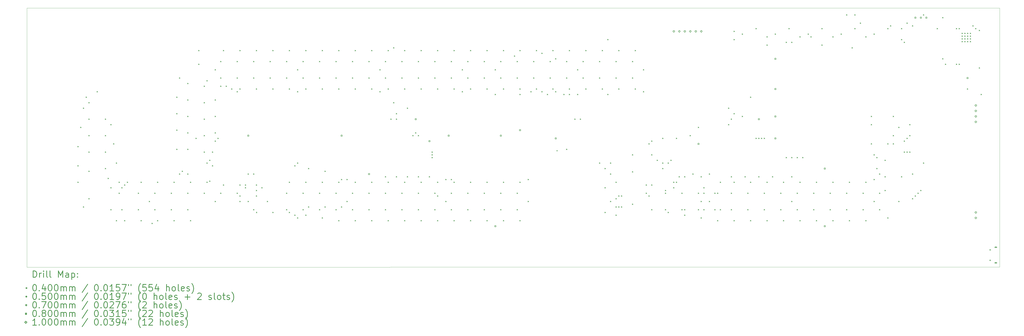
<source format=gbr>
%FSLAX45Y45*%
G04 Gerber Fmt 4.5, Leading zero omitted, Abs format (unit mm)*
G04 Created by KiCad (PCBNEW (5.1.10-1-10_14)) date 2021-11-04 03:33:29*
%MOMM*%
%LPD*%
G01*
G04 APERTURE LIST*
%TA.AperFunction,Profile*%
%ADD10C,0.050000*%
%TD*%
%ADD11C,0.200000*%
%ADD12C,0.300000*%
G04 APERTURE END LIST*
D10*
X50000000Y-15986000D02*
X49784000Y-15986000D01*
X50000000Y-15764000D02*
X50000000Y-15986000D01*
X38354000Y-15986000D02*
X49784000Y-15986000D01*
X50000000Y-4000000D02*
X50000000Y-15764000D01*
X5000000Y-6000000D02*
X5000000Y-4000000D01*
X35000000Y-4000000D02*
X50000000Y-4000000D01*
X5000000Y-16000000D02*
X5000000Y-6000000D01*
X38354000Y-15986000D02*
X5000000Y-16000000D01*
X5000000Y-4000000D02*
X35000000Y-4000000D01*
D11*
X7346000Y-10394000D02*
X7386000Y-10434000D01*
X7386000Y-10394000D02*
X7346000Y-10434000D01*
X7346000Y-11283000D02*
X7386000Y-11323000D01*
X7386000Y-11283000D02*
X7346000Y-11323000D01*
X7346000Y-12045000D02*
X7386000Y-12085000D01*
X7386000Y-12045000D02*
X7346000Y-12085000D01*
X7473000Y-9505000D02*
X7513000Y-9545000D01*
X7513000Y-9505000D02*
X7473000Y-9545000D01*
X7600000Y-8616000D02*
X7640000Y-8656000D01*
X7640000Y-8616000D02*
X7600000Y-8656000D01*
X7600000Y-13188000D02*
X7640000Y-13228000D01*
X7640000Y-13188000D02*
X7600000Y-13228000D01*
X7727000Y-8108000D02*
X7767000Y-8148000D01*
X7767000Y-8108000D02*
X7727000Y-8148000D01*
X7854000Y-8362000D02*
X7894000Y-8402000D01*
X7894000Y-8362000D02*
X7854000Y-8402000D01*
X7854000Y-9124000D02*
X7894000Y-9164000D01*
X7894000Y-9124000D02*
X7854000Y-9164000D01*
X7854000Y-9886000D02*
X7894000Y-9926000D01*
X7894000Y-9886000D02*
X7854000Y-9926000D01*
X7854000Y-10648000D02*
X7894000Y-10688000D01*
X7894000Y-10648000D02*
X7854000Y-10688000D01*
X7854000Y-11537000D02*
X7894000Y-11577000D01*
X7894000Y-11537000D02*
X7854000Y-11577000D01*
X7854000Y-12807000D02*
X7894000Y-12847000D01*
X7894000Y-12807000D02*
X7854000Y-12847000D01*
X8235000Y-7854000D02*
X8275000Y-7894000D01*
X8275000Y-7854000D02*
X8235000Y-7894000D01*
X8616000Y-9124000D02*
X8656000Y-9164000D01*
X8656000Y-9124000D02*
X8616000Y-9164000D01*
X8616000Y-9886000D02*
X8656000Y-9926000D01*
X8656000Y-9886000D02*
X8616000Y-9926000D01*
X8616000Y-10648000D02*
X8656000Y-10688000D01*
X8656000Y-10648000D02*
X8616000Y-10688000D01*
X8616000Y-11410000D02*
X8656000Y-11450000D01*
X8656000Y-11410000D02*
X8616000Y-11450000D01*
X8743000Y-11869750D02*
X8783000Y-11909750D01*
X8783000Y-11869750D02*
X8743000Y-11909750D01*
X8870000Y-9378000D02*
X8910000Y-9418000D01*
X8910000Y-9378000D02*
X8870000Y-9418000D01*
X8870000Y-12299000D02*
X8910000Y-12339000D01*
X8910000Y-12299000D02*
X8870000Y-12339000D01*
X8870000Y-13315000D02*
X8910000Y-13355000D01*
X8910000Y-13315000D02*
X8870000Y-13355000D01*
X8997000Y-10267000D02*
X9037000Y-10307000D01*
X9037000Y-10267000D02*
X8997000Y-10307000D01*
X9124000Y-11156000D02*
X9164000Y-11196000D01*
X9164000Y-11156000D02*
X9124000Y-11196000D01*
X9124000Y-13823000D02*
X9164000Y-13863000D01*
X9164000Y-13823000D02*
X9124000Y-13863000D01*
X9251000Y-12045000D02*
X9291000Y-12085000D01*
X9291000Y-12045000D02*
X9251000Y-12085000D01*
X9251000Y-12553000D02*
X9291000Y-12593000D01*
X9291000Y-12553000D02*
X9251000Y-12593000D01*
X9378000Y-12299000D02*
X9418000Y-12339000D01*
X9418000Y-12299000D02*
X9378000Y-12339000D01*
X9378000Y-13315000D02*
X9418000Y-13355000D01*
X9418000Y-13315000D02*
X9378000Y-13355000D01*
X9505000Y-12172000D02*
X9545000Y-12212000D01*
X9545000Y-12172000D02*
X9505000Y-12212000D01*
X9505000Y-13823000D02*
X9545000Y-13863000D01*
X9545000Y-13823000D02*
X9505000Y-13863000D01*
X9632000Y-12045000D02*
X9672000Y-12085000D01*
X9672000Y-12045000D02*
X9632000Y-12085000D01*
X10140000Y-12553000D02*
X10180000Y-12593000D01*
X10180000Y-12553000D02*
X10140000Y-12593000D01*
X10140000Y-13315000D02*
X10180000Y-13355000D01*
X10180000Y-13315000D02*
X10140000Y-13355000D01*
X10267000Y-12045000D02*
X10307000Y-12085000D01*
X10307000Y-12045000D02*
X10267000Y-12085000D01*
X10267000Y-13823000D02*
X10307000Y-13863000D01*
X10307000Y-13823000D02*
X10267000Y-13863000D01*
X10648000Y-12934000D02*
X10688000Y-12974000D01*
X10688000Y-12934000D02*
X10648000Y-12974000D01*
X10775000Y-13950000D02*
X10815000Y-13990000D01*
X10815000Y-13950000D02*
X10775000Y-13990000D01*
X10902000Y-12553000D02*
X10942000Y-12593000D01*
X10942000Y-12553000D02*
X10902000Y-12593000D01*
X10902000Y-13315000D02*
X10942000Y-13355000D01*
X10942000Y-13315000D02*
X10902000Y-13355000D01*
X11029000Y-12045000D02*
X11069000Y-12085000D01*
X11069000Y-12045000D02*
X11029000Y-12085000D01*
X11029000Y-13823000D02*
X11069000Y-13863000D01*
X11069000Y-13823000D02*
X11029000Y-13863000D01*
X11664000Y-12553000D02*
X11704000Y-12593000D01*
X11704000Y-12553000D02*
X11664000Y-12593000D01*
X11664000Y-13315000D02*
X11704000Y-13355000D01*
X11704000Y-13315000D02*
X11664000Y-13355000D01*
X11791000Y-12045000D02*
X11831000Y-12085000D01*
X11831000Y-12045000D02*
X11791000Y-12085000D01*
X11791000Y-13823000D02*
X11831000Y-13863000D01*
X11831000Y-13823000D02*
X11791000Y-13863000D01*
X11918000Y-8108000D02*
X11958000Y-8148000D01*
X11958000Y-8108000D02*
X11918000Y-8148000D01*
X11918000Y-8870000D02*
X11958000Y-8910000D01*
X11958000Y-8870000D02*
X11918000Y-8910000D01*
X11918000Y-9632000D02*
X11958000Y-9672000D01*
X11958000Y-9632000D02*
X11918000Y-9672000D01*
X11918000Y-10521000D02*
X11958000Y-10561000D01*
X11958000Y-10521000D02*
X11918000Y-10561000D01*
X12045000Y-7219000D02*
X12085000Y-7259000D01*
X12085000Y-7219000D02*
X12045000Y-7259000D01*
X12045000Y-11664000D02*
X12085000Y-11704000D01*
X12085000Y-11664000D02*
X12045000Y-11704000D01*
X12172000Y-11537000D02*
X12212000Y-11577000D01*
X12212000Y-11537000D02*
X12172000Y-11577000D01*
X12426000Y-7473000D02*
X12466000Y-7513000D01*
X12466000Y-7473000D02*
X12426000Y-7513000D01*
X12426000Y-8235000D02*
X12466000Y-8275000D01*
X12466000Y-8235000D02*
X12426000Y-8275000D01*
X12426000Y-8997000D02*
X12466000Y-9037000D01*
X12466000Y-8997000D02*
X12426000Y-9037000D01*
X12426000Y-9759000D02*
X12466000Y-9799000D01*
X12466000Y-9759000D02*
X12426000Y-9799000D01*
X12426000Y-10521000D02*
X12466000Y-10561000D01*
X12466000Y-10521000D02*
X12426000Y-10561000D01*
X12426000Y-11664000D02*
X12466000Y-11704000D01*
X12466000Y-11664000D02*
X12426000Y-11704000D01*
X12426000Y-12553000D02*
X12466000Y-12593000D01*
X12466000Y-12553000D02*
X12426000Y-12593000D01*
X12426000Y-13315000D02*
X12466000Y-13355000D01*
X12466000Y-13315000D02*
X12426000Y-13355000D01*
X12553000Y-12045000D02*
X12593000Y-12085000D01*
X12593000Y-12045000D02*
X12553000Y-12085000D01*
X12553000Y-13823000D02*
X12593000Y-13863000D01*
X12593000Y-13823000D02*
X12553000Y-13863000D01*
X12807000Y-10013000D02*
X12847000Y-10053000D01*
X12847000Y-10013000D02*
X12807000Y-10053000D01*
X12807000Y-10013000D02*
X12847000Y-10053000D01*
X12847000Y-10013000D02*
X12807000Y-10053000D01*
X12934000Y-5949000D02*
X12974000Y-5989000D01*
X12974000Y-5949000D02*
X12934000Y-5989000D01*
X12934000Y-6584000D02*
X12974000Y-6624000D01*
X12974000Y-6584000D02*
X12934000Y-6624000D01*
X13188000Y-7600000D02*
X13228000Y-7640000D01*
X13228000Y-7600000D02*
X13188000Y-7640000D01*
X13188000Y-8362000D02*
X13228000Y-8402000D01*
X13228000Y-8362000D02*
X13188000Y-8402000D01*
X13188000Y-9124000D02*
X13228000Y-9164000D01*
X13228000Y-9124000D02*
X13188000Y-9164000D01*
X13188000Y-9886000D02*
X13228000Y-9926000D01*
X13228000Y-9886000D02*
X13188000Y-9926000D01*
X13188000Y-10648000D02*
X13228000Y-10688000D01*
X13228000Y-10648000D02*
X13188000Y-10688000D01*
X13188000Y-12553000D02*
X13228000Y-12593000D01*
X13228000Y-12553000D02*
X13188000Y-12593000D01*
X13315000Y-7346000D02*
X13355000Y-7386000D01*
X13355000Y-7346000D02*
X13315000Y-7386000D01*
X13315000Y-11156000D02*
X13355000Y-11196000D01*
X13355000Y-11156000D02*
X13315000Y-11196000D01*
X13315000Y-12045000D02*
X13355000Y-12085000D01*
X13355000Y-12045000D02*
X13315000Y-12085000D01*
X13439170Y-11997195D02*
X13479170Y-12037195D01*
X13479170Y-11997195D02*
X13439170Y-12037195D01*
X13442000Y-11029000D02*
X13482000Y-11069000D01*
X13482000Y-11029000D02*
X13442000Y-11069000D01*
X13569000Y-10648000D02*
X13609000Y-10688000D01*
X13609000Y-10648000D02*
X13569000Y-10688000D01*
X13569000Y-11283000D02*
X13609000Y-11323000D01*
X13609000Y-11283000D02*
X13569000Y-11323000D01*
X13696000Y-6838000D02*
X13736000Y-6878000D01*
X13736000Y-6838000D02*
X13696000Y-6878000D01*
X13696000Y-8235000D02*
X13736000Y-8275000D01*
X13736000Y-8235000D02*
X13696000Y-8275000D01*
X13696000Y-8997000D02*
X13736000Y-9037000D01*
X13736000Y-8997000D02*
X13696000Y-9037000D01*
X13696000Y-9759000D02*
X13736000Y-9799000D01*
X13736000Y-9759000D02*
X13696000Y-9799000D01*
X13696000Y-10140000D02*
X13736000Y-10180000D01*
X13736000Y-10140000D02*
X13696000Y-10180000D01*
X13696000Y-12934000D02*
X13736000Y-12974000D01*
X13736000Y-12934000D02*
X13696000Y-12974000D01*
X13823000Y-10013000D02*
X13863000Y-10053000D01*
X13863000Y-10013000D02*
X13823000Y-10053000D01*
X13950000Y-6457000D02*
X13990000Y-6497000D01*
X13990000Y-6457000D02*
X13950000Y-6497000D01*
X13950000Y-7219000D02*
X13990000Y-7259000D01*
X13990000Y-7219000D02*
X13950000Y-7259000D01*
X13950000Y-7600000D02*
X13990000Y-7640000D01*
X13990000Y-7600000D02*
X13950000Y-7640000D01*
X13950000Y-12553000D02*
X13990000Y-12593000D01*
X13990000Y-12553000D02*
X13950000Y-12593000D01*
X14077000Y-5949000D02*
X14117000Y-5989000D01*
X14117000Y-5949000D02*
X14077000Y-5989000D01*
X14077000Y-12172000D02*
X14117000Y-12212000D01*
X14117000Y-12172000D02*
X14077000Y-12212000D01*
X14204000Y-7600000D02*
X14244000Y-7640000D01*
X14244000Y-7600000D02*
X14204000Y-7640000D01*
X14458000Y-7727000D02*
X14498000Y-7767000D01*
X14498000Y-7727000D02*
X14458000Y-7767000D01*
X14712000Y-6457000D02*
X14752000Y-6497000D01*
X14752000Y-6457000D02*
X14712000Y-6497000D01*
X14712000Y-7219000D02*
X14752000Y-7259000D01*
X14752000Y-7219000D02*
X14712000Y-7259000D01*
X14712000Y-7854000D02*
X14752000Y-7894000D01*
X14752000Y-7854000D02*
X14712000Y-7894000D01*
X14712000Y-12553000D02*
X14752000Y-12593000D01*
X14752000Y-12553000D02*
X14712000Y-12593000D01*
X14839000Y-5949000D02*
X14879000Y-5989000D01*
X14879000Y-5949000D02*
X14839000Y-5989000D01*
X14839000Y-7727000D02*
X14879000Y-7767000D01*
X14879000Y-7727000D02*
X14839000Y-7767000D01*
X14839000Y-12172000D02*
X14879000Y-12212000D01*
X14879000Y-12172000D02*
X14839000Y-12212000D01*
X14839000Y-12680000D02*
X14879000Y-12720000D01*
X14879000Y-12680000D02*
X14839000Y-12720000D01*
X14839000Y-12934000D02*
X14879000Y-12974000D01*
X14879000Y-12934000D02*
X14839000Y-12974000D01*
X15093000Y-12172000D02*
X15133000Y-12212000D01*
X15133000Y-12172000D02*
X15093000Y-12212000D01*
X15093000Y-12299000D02*
X15133000Y-12339000D01*
X15133000Y-12299000D02*
X15093000Y-12339000D01*
X15220000Y-11664000D02*
X15260000Y-11704000D01*
X15260000Y-11664000D02*
X15220000Y-11704000D01*
X15220000Y-12934000D02*
X15260000Y-12974000D01*
X15260000Y-12934000D02*
X15220000Y-12974000D01*
X15474000Y-6457000D02*
X15514000Y-6497000D01*
X15514000Y-6457000D02*
X15474000Y-6497000D01*
X15474000Y-7219000D02*
X15514000Y-7259000D01*
X15514000Y-7219000D02*
X15474000Y-7259000D01*
X15474000Y-11664000D02*
X15514000Y-11704000D01*
X15514000Y-11664000D02*
X15474000Y-11704000D01*
X15474000Y-13315000D02*
X15514000Y-13355000D01*
X15514000Y-13315000D02*
X15474000Y-13355000D01*
X15601000Y-5949000D02*
X15641000Y-5989000D01*
X15641000Y-5949000D02*
X15601000Y-5989000D01*
X15601000Y-7727000D02*
X15641000Y-7767000D01*
X15641000Y-7727000D02*
X15601000Y-7767000D01*
X15601000Y-12172000D02*
X15641000Y-12212000D01*
X15641000Y-12172000D02*
X15601000Y-12212000D01*
X15601000Y-12426000D02*
X15641000Y-12466000D01*
X15641000Y-12426000D02*
X15601000Y-12466000D01*
X15601000Y-12680000D02*
X15641000Y-12720000D01*
X15641000Y-12680000D02*
X15601000Y-12720000D01*
X15604015Y-13445015D02*
X15644015Y-13485015D01*
X15644015Y-13445015D02*
X15604015Y-13485015D01*
X15855000Y-12299000D02*
X15895000Y-12339000D01*
X15895000Y-12299000D02*
X15855000Y-12339000D01*
X16109000Y-12934000D02*
X16149000Y-12974000D01*
X16149000Y-12934000D02*
X16109000Y-12974000D01*
X16236000Y-6457000D02*
X16276000Y-6497000D01*
X16276000Y-6457000D02*
X16236000Y-6497000D01*
X16236000Y-7219000D02*
X16276000Y-7259000D01*
X16276000Y-7219000D02*
X16236000Y-7259000D01*
X16363000Y-5949000D02*
X16403000Y-5989000D01*
X16403000Y-5949000D02*
X16363000Y-5989000D01*
X16363000Y-7727000D02*
X16403000Y-7767000D01*
X16403000Y-7727000D02*
X16363000Y-7767000D01*
X16363000Y-13442000D02*
X16403000Y-13482000D01*
X16403000Y-13442000D02*
X16363000Y-13482000D01*
X16998000Y-6457000D02*
X17038000Y-6497000D01*
X17038000Y-6457000D02*
X16998000Y-6497000D01*
X16998000Y-7219000D02*
X17038000Y-7259000D01*
X17038000Y-7219000D02*
X16998000Y-7259000D01*
X16998000Y-12553000D02*
X17038000Y-12593000D01*
X17038000Y-12553000D02*
X16998000Y-12593000D01*
X16998000Y-13315000D02*
X17038000Y-13355000D01*
X17038000Y-13315000D02*
X16998000Y-13355000D01*
X17125000Y-5949000D02*
X17165000Y-5989000D01*
X17165000Y-5949000D02*
X17125000Y-5989000D01*
X17125000Y-7727000D02*
X17165000Y-7767000D01*
X17165000Y-7727000D02*
X17125000Y-7767000D01*
X17125000Y-12045000D02*
X17165000Y-12085000D01*
X17165000Y-12045000D02*
X17125000Y-12085000D01*
X17125000Y-13442000D02*
X17165000Y-13482000D01*
X17165000Y-13442000D02*
X17125000Y-13482000D01*
X17379000Y-11283000D02*
X17419000Y-11323000D01*
X17419000Y-11283000D02*
X17379000Y-11323000D01*
X17379000Y-13569000D02*
X17419000Y-13609000D01*
X17419000Y-13569000D02*
X17379000Y-13609000D01*
X17506000Y-6838000D02*
X17546000Y-6878000D01*
X17546000Y-6838000D02*
X17506000Y-6878000D01*
X17506000Y-7854000D02*
X17546000Y-7894000D01*
X17546000Y-7854000D02*
X17506000Y-7894000D01*
X17506000Y-11156000D02*
X17546000Y-11196000D01*
X17546000Y-11156000D02*
X17506000Y-11196000D01*
X17506000Y-13696000D02*
X17546000Y-13736000D01*
X17546000Y-13696000D02*
X17506000Y-13736000D01*
X17760000Y-6457000D02*
X17800000Y-6497000D01*
X17800000Y-6457000D02*
X17760000Y-6497000D01*
X17760000Y-7219000D02*
X17800000Y-7259000D01*
X17800000Y-7219000D02*
X17760000Y-7259000D01*
X17760000Y-12553000D02*
X17800000Y-12593000D01*
X17800000Y-12553000D02*
X17760000Y-12593000D01*
X17760000Y-13315000D02*
X17800000Y-13355000D01*
X17800000Y-13315000D02*
X17760000Y-13355000D01*
X17887000Y-5949000D02*
X17927000Y-5989000D01*
X17927000Y-5949000D02*
X17887000Y-5989000D01*
X17887000Y-7727000D02*
X17927000Y-7767000D01*
X17927000Y-7727000D02*
X17887000Y-7767000D01*
X17887000Y-12045000D02*
X17927000Y-12085000D01*
X17927000Y-12045000D02*
X17887000Y-12085000D01*
X17887000Y-13569000D02*
X17927000Y-13609000D01*
X17927000Y-13569000D02*
X17887000Y-13609000D01*
X18014000Y-11410000D02*
X18054000Y-11450000D01*
X18054000Y-11410000D02*
X18014000Y-11450000D01*
X18014000Y-13188000D02*
X18054000Y-13228000D01*
X18054000Y-13188000D02*
X18014000Y-13228000D01*
X18522000Y-6457000D02*
X18562000Y-6497000D01*
X18562000Y-6457000D02*
X18522000Y-6497000D01*
X18522000Y-7219000D02*
X18562000Y-7259000D01*
X18562000Y-7219000D02*
X18522000Y-7259000D01*
X18522000Y-12553000D02*
X18562000Y-12593000D01*
X18562000Y-12553000D02*
X18522000Y-12593000D01*
X18522000Y-13315000D02*
X18562000Y-13355000D01*
X18562000Y-13315000D02*
X18522000Y-13355000D01*
X18649000Y-5949000D02*
X18689000Y-5989000D01*
X18689000Y-5949000D02*
X18649000Y-5989000D01*
X18649000Y-7727000D02*
X18689000Y-7767000D01*
X18689000Y-7727000D02*
X18649000Y-7767000D01*
X18649000Y-12045000D02*
X18689000Y-12085000D01*
X18689000Y-12045000D02*
X18649000Y-12085000D01*
X18649000Y-13696000D02*
X18689000Y-13736000D01*
X18689000Y-13696000D02*
X18649000Y-13736000D01*
X18776000Y-11537000D02*
X18816000Y-11577000D01*
X18816000Y-11537000D02*
X18776000Y-11577000D01*
X18776000Y-13188000D02*
X18816000Y-13228000D01*
X18816000Y-13188000D02*
X18776000Y-13228000D01*
X19284000Y-6457000D02*
X19324000Y-6497000D01*
X19324000Y-6457000D02*
X19284000Y-6497000D01*
X19284000Y-7219000D02*
X19324000Y-7259000D01*
X19324000Y-7219000D02*
X19284000Y-7259000D01*
X19284000Y-12553000D02*
X19324000Y-12593000D01*
X19324000Y-12553000D02*
X19284000Y-12593000D01*
X19284000Y-13315000D02*
X19324000Y-13355000D01*
X19324000Y-13315000D02*
X19284000Y-13355000D01*
X19411000Y-5949000D02*
X19451000Y-5989000D01*
X19451000Y-5949000D02*
X19411000Y-5989000D01*
X19411000Y-7727000D02*
X19451000Y-7767000D01*
X19451000Y-7727000D02*
X19411000Y-7767000D01*
X19411000Y-12045000D02*
X19451000Y-12085000D01*
X19451000Y-12045000D02*
X19411000Y-12085000D01*
X19411000Y-13823000D02*
X19451000Y-13863000D01*
X19451000Y-13823000D02*
X19411000Y-13863000D01*
X19538000Y-11918000D02*
X19578000Y-11958000D01*
X19578000Y-11918000D02*
X19538000Y-11958000D01*
X19538000Y-13188000D02*
X19578000Y-13228000D01*
X19578000Y-13188000D02*
X19538000Y-13228000D01*
X19792000Y-11918000D02*
X19832000Y-11958000D01*
X19832000Y-11918000D02*
X19792000Y-11958000D01*
X19792000Y-12934000D02*
X19832000Y-12974000D01*
X19832000Y-12934000D02*
X19792000Y-12974000D01*
X20046000Y-6457000D02*
X20086000Y-6497000D01*
X20086000Y-6457000D02*
X20046000Y-6497000D01*
X20046000Y-7219000D02*
X20086000Y-7259000D01*
X20086000Y-7219000D02*
X20046000Y-7259000D01*
X20046000Y-12553000D02*
X20086000Y-12593000D01*
X20086000Y-12553000D02*
X20046000Y-12593000D01*
X20046000Y-13315000D02*
X20086000Y-13355000D01*
X20086000Y-13315000D02*
X20046000Y-13355000D01*
X20173000Y-5949000D02*
X20213000Y-5989000D01*
X20213000Y-5949000D02*
X20173000Y-5989000D01*
X20173000Y-7727000D02*
X20213000Y-7767000D01*
X20213000Y-7727000D02*
X20173000Y-7767000D01*
X20173000Y-12045000D02*
X20213000Y-12085000D01*
X20213000Y-12045000D02*
X20173000Y-12085000D01*
X20173000Y-13823000D02*
X20213000Y-13863000D01*
X20213000Y-13823000D02*
X20173000Y-13863000D01*
X20808000Y-6457000D02*
X20848000Y-6497000D01*
X20848000Y-6457000D02*
X20808000Y-6497000D01*
X20808000Y-7219000D02*
X20848000Y-7259000D01*
X20848000Y-7219000D02*
X20808000Y-7259000D01*
X20808000Y-12553000D02*
X20848000Y-12593000D01*
X20848000Y-12553000D02*
X20808000Y-12593000D01*
X20808000Y-13315000D02*
X20848000Y-13355000D01*
X20848000Y-13315000D02*
X20808000Y-13355000D01*
X20935000Y-5949000D02*
X20975000Y-5989000D01*
X20975000Y-5949000D02*
X20935000Y-5989000D01*
X20935000Y-7727000D02*
X20975000Y-7767000D01*
X20975000Y-7727000D02*
X20935000Y-7767000D01*
X20935000Y-12045000D02*
X20975000Y-12085000D01*
X20975000Y-12045000D02*
X20935000Y-12085000D01*
X20935000Y-13823000D02*
X20975000Y-13863000D01*
X20975000Y-13823000D02*
X20935000Y-13863000D01*
X21316000Y-6838000D02*
X21356000Y-6878000D01*
X21356000Y-6838000D02*
X21316000Y-6878000D01*
X21316000Y-7854000D02*
X21356000Y-7894000D01*
X21356000Y-7854000D02*
X21316000Y-7894000D01*
X21570000Y-6457000D02*
X21610000Y-6497000D01*
X21610000Y-6457000D02*
X21570000Y-6497000D01*
X21570000Y-7219000D02*
X21610000Y-7259000D01*
X21610000Y-7219000D02*
X21570000Y-7259000D01*
X21570000Y-11791000D02*
X21610000Y-11831000D01*
X21610000Y-11791000D02*
X21570000Y-11831000D01*
X21570000Y-12553000D02*
X21610000Y-12593000D01*
X21610000Y-12553000D02*
X21570000Y-12593000D01*
X21570000Y-13315000D02*
X21610000Y-13355000D01*
X21610000Y-13315000D02*
X21570000Y-13355000D01*
X21697000Y-5949000D02*
X21737000Y-5989000D01*
X21737000Y-5949000D02*
X21697000Y-5989000D01*
X21697000Y-7727000D02*
X21737000Y-7767000D01*
X21737000Y-7727000D02*
X21697000Y-7767000D01*
X21697000Y-12045000D02*
X21737000Y-12085000D01*
X21737000Y-12045000D02*
X21697000Y-12085000D01*
X21697000Y-13823000D02*
X21737000Y-13863000D01*
X21737000Y-13823000D02*
X21697000Y-13863000D01*
X21824000Y-9124000D02*
X21864000Y-9164000D01*
X21864000Y-9124000D02*
X21824000Y-9164000D01*
X21951000Y-5822000D02*
X21991000Y-5862000D01*
X21991000Y-5822000D02*
X21951000Y-5862000D01*
X21951000Y-8362000D02*
X21991000Y-8402000D01*
X21991000Y-8362000D02*
X21951000Y-8402000D01*
X22078000Y-8870000D02*
X22118000Y-8910000D01*
X22118000Y-8870000D02*
X22078000Y-8910000D01*
X22078000Y-9124000D02*
X22118000Y-9164000D01*
X22118000Y-9124000D02*
X22078000Y-9164000D01*
X22078000Y-11791000D02*
X22118000Y-11831000D01*
X22118000Y-11791000D02*
X22078000Y-11831000D01*
X22332000Y-6457000D02*
X22372000Y-6497000D01*
X22372000Y-6457000D02*
X22332000Y-6497000D01*
X22332000Y-7219000D02*
X22372000Y-7259000D01*
X22372000Y-7219000D02*
X22332000Y-7259000D01*
X22332000Y-12553000D02*
X22372000Y-12593000D01*
X22372000Y-12553000D02*
X22332000Y-12593000D01*
X22332000Y-13315000D02*
X22372000Y-13355000D01*
X22372000Y-13315000D02*
X22332000Y-13355000D01*
X22459000Y-5949000D02*
X22499000Y-5989000D01*
X22499000Y-5949000D02*
X22459000Y-5989000D01*
X22459000Y-7727000D02*
X22499000Y-7767000D01*
X22499000Y-7727000D02*
X22459000Y-7767000D01*
X22459000Y-12045000D02*
X22499000Y-12085000D01*
X22499000Y-12045000D02*
X22459000Y-12085000D01*
X22459000Y-13823000D02*
X22499000Y-13863000D01*
X22499000Y-13823000D02*
X22459000Y-13863000D01*
X22586000Y-8616000D02*
X22626000Y-8656000D01*
X22626000Y-8616000D02*
X22586000Y-8656000D01*
X22586000Y-11791000D02*
X22626000Y-11831000D01*
X22626000Y-11791000D02*
X22586000Y-11831000D01*
X22840000Y-9886000D02*
X22880000Y-9926000D01*
X22880000Y-9886000D02*
X22840000Y-9926000D01*
X22967000Y-9759000D02*
X23007000Y-9799000D01*
X23007000Y-9759000D02*
X22967000Y-9799000D01*
X23094000Y-6457000D02*
X23134000Y-6497000D01*
X23134000Y-6457000D02*
X23094000Y-6497000D01*
X23094000Y-7219000D02*
X23134000Y-7259000D01*
X23134000Y-7219000D02*
X23094000Y-7259000D01*
X23094000Y-9886000D02*
X23134000Y-9926000D01*
X23134000Y-9886000D02*
X23094000Y-9926000D01*
X23094000Y-11791000D02*
X23134000Y-11831000D01*
X23134000Y-11791000D02*
X23094000Y-11831000D01*
X23094000Y-12553000D02*
X23134000Y-12593000D01*
X23134000Y-12553000D02*
X23094000Y-12593000D01*
X23094000Y-13315000D02*
X23134000Y-13355000D01*
X23134000Y-13315000D02*
X23094000Y-13355000D01*
X23221000Y-5949000D02*
X23261000Y-5989000D01*
X23261000Y-5949000D02*
X23221000Y-5989000D01*
X23221000Y-7727000D02*
X23261000Y-7767000D01*
X23261000Y-7727000D02*
X23221000Y-7767000D01*
X23221000Y-12045000D02*
X23261000Y-12085000D01*
X23261000Y-12045000D02*
X23221000Y-12085000D01*
X23221000Y-13823000D02*
X23261000Y-13863000D01*
X23261000Y-13823000D02*
X23221000Y-13863000D01*
X23602000Y-11791000D02*
X23642000Y-11831000D01*
X23642000Y-11791000D02*
X23602000Y-11831000D01*
X23729000Y-10648000D02*
X23769000Y-10688000D01*
X23769000Y-10648000D02*
X23729000Y-10688000D01*
X23729000Y-10775000D02*
X23769000Y-10815000D01*
X23769000Y-10775000D02*
X23729000Y-10815000D01*
X23729000Y-10902000D02*
X23769000Y-10942000D01*
X23769000Y-10902000D02*
X23729000Y-10942000D01*
X23856000Y-6457000D02*
X23896000Y-6497000D01*
X23896000Y-6457000D02*
X23856000Y-6497000D01*
X23856000Y-7219000D02*
X23896000Y-7259000D01*
X23896000Y-7219000D02*
X23856000Y-7259000D01*
X23856000Y-12553000D02*
X23896000Y-12593000D01*
X23896000Y-12553000D02*
X23856000Y-12593000D01*
X23856000Y-13315000D02*
X23896000Y-13355000D01*
X23896000Y-13315000D02*
X23856000Y-13355000D01*
X23983000Y-5949000D02*
X24023000Y-5989000D01*
X24023000Y-5949000D02*
X23983000Y-5989000D01*
X23983000Y-7727000D02*
X24023000Y-7767000D01*
X24023000Y-7727000D02*
X23983000Y-7767000D01*
X23983000Y-12045000D02*
X24023000Y-12085000D01*
X24023000Y-12045000D02*
X23983000Y-12085000D01*
X23983000Y-12680000D02*
X24023000Y-12720000D01*
X24023000Y-12680000D02*
X23983000Y-12720000D01*
X23983000Y-13823000D02*
X24023000Y-13863000D01*
X24023000Y-13823000D02*
X23983000Y-13863000D01*
X24364000Y-11918000D02*
X24404000Y-11958000D01*
X24404000Y-11918000D02*
X24364000Y-11958000D01*
X24364000Y-12934000D02*
X24404000Y-12974000D01*
X24404000Y-12934000D02*
X24364000Y-12974000D01*
X24618000Y-6457000D02*
X24658000Y-6497000D01*
X24658000Y-6457000D02*
X24618000Y-6497000D01*
X24618000Y-7219000D02*
X24658000Y-7259000D01*
X24658000Y-7219000D02*
X24618000Y-7259000D01*
X24618000Y-11918000D02*
X24658000Y-11958000D01*
X24658000Y-11918000D02*
X24618000Y-11958000D01*
X24618000Y-12553000D02*
X24658000Y-12593000D01*
X24658000Y-12553000D02*
X24618000Y-12593000D01*
X24618000Y-13315000D02*
X24658000Y-13355000D01*
X24658000Y-13315000D02*
X24618000Y-13355000D01*
X24745000Y-5949000D02*
X24785000Y-5989000D01*
X24785000Y-5949000D02*
X24745000Y-5989000D01*
X24745000Y-7727000D02*
X24785000Y-7767000D01*
X24785000Y-7727000D02*
X24745000Y-7767000D01*
X24745000Y-12045000D02*
X24785000Y-12085000D01*
X24785000Y-12045000D02*
X24745000Y-12085000D01*
X24745000Y-13823000D02*
X24785000Y-13863000D01*
X24785000Y-13823000D02*
X24745000Y-13863000D01*
X25126000Y-6838000D02*
X25166000Y-6878000D01*
X25166000Y-6838000D02*
X25126000Y-6878000D01*
X25126000Y-7854000D02*
X25166000Y-7894000D01*
X25166000Y-7854000D02*
X25126000Y-7894000D01*
X25380000Y-6457000D02*
X25420000Y-6497000D01*
X25420000Y-6457000D02*
X25380000Y-6497000D01*
X25380000Y-7219000D02*
X25420000Y-7259000D01*
X25420000Y-7219000D02*
X25380000Y-7259000D01*
X25380000Y-12553000D02*
X25420000Y-12593000D01*
X25420000Y-12553000D02*
X25380000Y-12593000D01*
X25380000Y-13315000D02*
X25420000Y-13355000D01*
X25420000Y-13315000D02*
X25380000Y-13355000D01*
X25507000Y-5949000D02*
X25547000Y-5989000D01*
X25547000Y-5949000D02*
X25507000Y-5989000D01*
X25507000Y-7727000D02*
X25547000Y-7767000D01*
X25547000Y-7727000D02*
X25507000Y-7767000D01*
X25507000Y-12045000D02*
X25547000Y-12085000D01*
X25547000Y-12045000D02*
X25507000Y-12085000D01*
X25507000Y-13823000D02*
X25547000Y-13863000D01*
X25547000Y-13823000D02*
X25507000Y-13863000D01*
X26142000Y-6457000D02*
X26182000Y-6497000D01*
X26182000Y-6457000D02*
X26142000Y-6497000D01*
X26142000Y-7219000D02*
X26182000Y-7259000D01*
X26182000Y-7219000D02*
X26142000Y-7259000D01*
X26142000Y-12553000D02*
X26182000Y-12593000D01*
X26182000Y-12553000D02*
X26142000Y-12593000D01*
X26142000Y-13315000D02*
X26182000Y-13355000D01*
X26182000Y-13315000D02*
X26142000Y-13355000D01*
X26269000Y-5949000D02*
X26309000Y-5989000D01*
X26309000Y-5949000D02*
X26269000Y-5989000D01*
X26269000Y-7727000D02*
X26309000Y-7767000D01*
X26309000Y-7727000D02*
X26269000Y-7767000D01*
X26269000Y-12045000D02*
X26309000Y-12085000D01*
X26309000Y-12045000D02*
X26269000Y-12085000D01*
X26269000Y-13823000D02*
X26309000Y-13863000D01*
X26309000Y-13823000D02*
X26269000Y-13863000D01*
X26650000Y-6838000D02*
X26690000Y-6878000D01*
X26690000Y-6838000D02*
X26650000Y-6878000D01*
X26650000Y-7981000D02*
X26690000Y-8021000D01*
X26690000Y-7981000D02*
X26650000Y-8021000D01*
X26904000Y-6457000D02*
X26944000Y-6497000D01*
X26944000Y-6457000D02*
X26904000Y-6497000D01*
X26904000Y-7219000D02*
X26944000Y-7259000D01*
X26944000Y-7219000D02*
X26904000Y-7259000D01*
X26904000Y-12553000D02*
X26944000Y-12593000D01*
X26944000Y-12553000D02*
X26904000Y-12593000D01*
X26904000Y-13315000D02*
X26944000Y-13355000D01*
X26944000Y-13315000D02*
X26904000Y-13355000D01*
X27031000Y-5949000D02*
X27071000Y-5989000D01*
X27071000Y-5949000D02*
X27031000Y-5989000D01*
X27031000Y-7727000D02*
X27071000Y-7767000D01*
X27071000Y-7727000D02*
X27031000Y-7767000D01*
X27031000Y-12045000D02*
X27071000Y-12085000D01*
X27071000Y-12045000D02*
X27031000Y-12085000D01*
X27031000Y-13823000D02*
X27071000Y-13863000D01*
X27071000Y-13823000D02*
X27031000Y-13863000D01*
X27539000Y-6203000D02*
X27579000Y-6243000D01*
X27579000Y-6203000D02*
X27539000Y-6243000D01*
X27666000Y-6457000D02*
X27706000Y-6497000D01*
X27706000Y-6457000D02*
X27666000Y-6497000D01*
X27666000Y-7219000D02*
X27706000Y-7259000D01*
X27706000Y-7219000D02*
X27666000Y-7259000D01*
X27666000Y-12553000D02*
X27706000Y-12593000D01*
X27706000Y-12553000D02*
X27666000Y-12593000D01*
X27666000Y-13315000D02*
X27706000Y-13355000D01*
X27706000Y-13315000D02*
X27666000Y-13355000D01*
X27793000Y-5949000D02*
X27833000Y-5989000D01*
X27833000Y-5949000D02*
X27793000Y-5989000D01*
X27793000Y-7727000D02*
X27833000Y-7767000D01*
X27833000Y-7727000D02*
X27793000Y-7767000D01*
X27793000Y-7981000D02*
X27833000Y-8021000D01*
X27833000Y-7981000D02*
X27793000Y-8021000D01*
X27793000Y-12045000D02*
X27833000Y-12085000D01*
X27833000Y-12045000D02*
X27793000Y-12085000D01*
X27793000Y-13823000D02*
X27833000Y-13863000D01*
X27833000Y-13823000D02*
X27793000Y-13863000D01*
X28174000Y-11918000D02*
X28214000Y-11958000D01*
X28214000Y-11918000D02*
X28174000Y-11958000D01*
X28174000Y-12934000D02*
X28214000Y-12974000D01*
X28214000Y-12934000D02*
X28174000Y-12974000D01*
X28301000Y-7854000D02*
X28341000Y-7894000D01*
X28341000Y-7854000D02*
X28301000Y-7894000D01*
X28428000Y-6457000D02*
X28468000Y-6497000D01*
X28468000Y-6457000D02*
X28428000Y-6497000D01*
X28428000Y-7219000D02*
X28468000Y-7259000D01*
X28468000Y-7219000D02*
X28428000Y-7259000D01*
X28555000Y-5949000D02*
X28595000Y-5989000D01*
X28595000Y-5949000D02*
X28555000Y-5989000D01*
X28555000Y-7727000D02*
X28595000Y-7767000D01*
X28595000Y-7727000D02*
X28555000Y-7767000D01*
X28809000Y-6076000D02*
X28849000Y-6116000D01*
X28849000Y-6076000D02*
X28809000Y-6116000D01*
X28809000Y-7854000D02*
X28849000Y-7894000D01*
X28849000Y-7854000D02*
X28809000Y-7894000D01*
X29063000Y-7981000D02*
X29103000Y-8021000D01*
X29103000Y-7981000D02*
X29063000Y-8021000D01*
X29190000Y-6457000D02*
X29230000Y-6497000D01*
X29230000Y-6457000D02*
X29190000Y-6497000D01*
X29190000Y-7219000D02*
X29230000Y-7259000D01*
X29230000Y-7219000D02*
X29190000Y-7259000D01*
X29317000Y-5949000D02*
X29357000Y-5989000D01*
X29357000Y-5949000D02*
X29317000Y-5989000D01*
X29317000Y-7727000D02*
X29357000Y-7767000D01*
X29357000Y-7727000D02*
X29317000Y-7767000D01*
X29444000Y-6330000D02*
X29484000Y-6370000D01*
X29484000Y-6330000D02*
X29444000Y-6370000D01*
X29444000Y-7854000D02*
X29484000Y-7894000D01*
X29484000Y-7854000D02*
X29444000Y-7894000D01*
X29507500Y-10584500D02*
X29547500Y-10624500D01*
X29547500Y-10584500D02*
X29507500Y-10624500D01*
X29825000Y-7981000D02*
X29865000Y-8021000D01*
X29865000Y-7981000D02*
X29825000Y-8021000D01*
X29952000Y-6457000D02*
X29992000Y-6497000D01*
X29992000Y-6457000D02*
X29952000Y-6497000D01*
X29952000Y-7219000D02*
X29992000Y-7259000D01*
X29992000Y-7219000D02*
X29952000Y-7259000D01*
X29952000Y-10521000D02*
X29992000Y-10561000D01*
X29992000Y-10521000D02*
X29952000Y-10561000D01*
X30079000Y-5949000D02*
X30119000Y-5989000D01*
X30119000Y-5949000D02*
X30079000Y-5989000D01*
X30079000Y-7727000D02*
X30119000Y-7767000D01*
X30119000Y-7727000D02*
X30079000Y-7767000D01*
X30079000Y-7981000D02*
X30119000Y-8021000D01*
X30119000Y-7981000D02*
X30079000Y-8021000D01*
X30333000Y-9124000D02*
X30373000Y-9164000D01*
X30373000Y-9124000D02*
X30333000Y-9164000D01*
X30460000Y-6838000D02*
X30500000Y-6878000D01*
X30500000Y-6838000D02*
X30460000Y-6878000D01*
X30460000Y-7981000D02*
X30500000Y-8021000D01*
X30500000Y-7981000D02*
X30460000Y-8021000D01*
X30587000Y-9124000D02*
X30627000Y-9164000D01*
X30627000Y-9124000D02*
X30587000Y-9164000D01*
X30714000Y-6457000D02*
X30754000Y-6497000D01*
X30754000Y-6457000D02*
X30714000Y-6497000D01*
X30714000Y-7219000D02*
X30754000Y-7259000D01*
X30754000Y-7219000D02*
X30714000Y-7259000D01*
X30841000Y-5949000D02*
X30881000Y-5989000D01*
X30881000Y-5949000D02*
X30841000Y-5989000D01*
X30841000Y-7727000D02*
X30881000Y-7767000D01*
X30881000Y-7727000D02*
X30841000Y-7767000D01*
X31476000Y-6457000D02*
X31516000Y-6497000D01*
X31516000Y-6457000D02*
X31476000Y-6497000D01*
X31476000Y-7219000D02*
X31516000Y-7259000D01*
X31516000Y-7219000D02*
X31476000Y-7259000D01*
X31476000Y-11156000D02*
X31516000Y-11196000D01*
X31516000Y-11156000D02*
X31476000Y-11196000D01*
X31603000Y-5949000D02*
X31643000Y-5989000D01*
X31643000Y-5949000D02*
X31603000Y-5989000D01*
X31603000Y-7727000D02*
X31643000Y-7767000D01*
X31643000Y-7727000D02*
X31603000Y-7767000D01*
X31730000Y-11410000D02*
X31770000Y-11450000D01*
X31770000Y-11410000D02*
X31730000Y-11450000D01*
X31730000Y-12299000D02*
X31770000Y-12339000D01*
X31770000Y-12299000D02*
X31730000Y-12339000D01*
X31730000Y-13442000D02*
X31770000Y-13482000D01*
X31770000Y-13442000D02*
X31730000Y-13482000D01*
X31857000Y-5441000D02*
X31897000Y-5481000D01*
X31897000Y-5441000D02*
X31857000Y-5481000D01*
X31857000Y-7981000D02*
X31897000Y-8021000D01*
X31897000Y-7981000D02*
X31857000Y-8021000D01*
X31984000Y-11156000D02*
X32024000Y-11196000D01*
X32024000Y-11156000D02*
X31984000Y-11196000D01*
X31984000Y-11664000D02*
X32024000Y-11704000D01*
X32024000Y-11664000D02*
X31984000Y-11704000D01*
X31984000Y-12934000D02*
X32024000Y-12974000D01*
X32024000Y-12934000D02*
X31984000Y-12974000D01*
X32238000Y-6457000D02*
X32278000Y-6497000D01*
X32278000Y-6457000D02*
X32238000Y-6497000D01*
X32238000Y-7219000D02*
X32278000Y-7259000D01*
X32278000Y-7219000D02*
X32238000Y-7259000D01*
X32238000Y-12045000D02*
X32278000Y-12085000D01*
X32278000Y-12045000D02*
X32238000Y-12085000D01*
X32238000Y-12807000D02*
X32278000Y-12847000D01*
X32278000Y-12807000D02*
X32238000Y-12847000D01*
X32238000Y-13188000D02*
X32278000Y-13228000D01*
X32278000Y-13188000D02*
X32238000Y-13228000D01*
X32238000Y-13569000D02*
X32278000Y-13609000D01*
X32278000Y-13569000D02*
X32238000Y-13609000D01*
X32365000Y-5949000D02*
X32405000Y-5989000D01*
X32405000Y-5949000D02*
X32365000Y-5989000D01*
X32365000Y-7727000D02*
X32405000Y-7767000D01*
X32405000Y-7727000D02*
X32365000Y-7767000D01*
X32365000Y-12680000D02*
X32405000Y-12720000D01*
X32405000Y-12680000D02*
X32365000Y-12720000D01*
X32365000Y-13188000D02*
X32405000Y-13228000D01*
X32405000Y-13188000D02*
X32365000Y-13228000D01*
X32492000Y-12680000D02*
X32532000Y-12720000D01*
X32532000Y-12680000D02*
X32492000Y-12720000D01*
X32492000Y-13188000D02*
X32532000Y-13228000D01*
X32532000Y-13188000D02*
X32492000Y-13228000D01*
X33000000Y-6457000D02*
X33040000Y-6497000D01*
X33040000Y-6457000D02*
X33000000Y-6497000D01*
X33000000Y-7219000D02*
X33040000Y-7259000D01*
X33040000Y-7219000D02*
X33000000Y-7259000D01*
X33000000Y-10775000D02*
X33040000Y-10815000D01*
X33040000Y-10775000D02*
X33000000Y-10815000D01*
X33000000Y-11561250D02*
X33040000Y-11601250D01*
X33040000Y-11561250D02*
X33000000Y-11601250D01*
X33000000Y-13061000D02*
X33040000Y-13101000D01*
X33040000Y-13061000D02*
X33000000Y-13101000D01*
X33127000Y-5949000D02*
X33167000Y-5989000D01*
X33167000Y-5949000D02*
X33127000Y-5989000D01*
X33127000Y-7727000D02*
X33167000Y-7767000D01*
X33167000Y-7727000D02*
X33127000Y-7767000D01*
X33508000Y-6838000D02*
X33548000Y-6878000D01*
X33548000Y-6838000D02*
X33508000Y-6878000D01*
X33508000Y-7854000D02*
X33548000Y-7894000D01*
X33548000Y-7854000D02*
X33508000Y-7894000D01*
X33635000Y-12172000D02*
X33675000Y-12212000D01*
X33675000Y-12172000D02*
X33635000Y-12212000D01*
X33635000Y-12553000D02*
X33675000Y-12593000D01*
X33675000Y-12553000D02*
X33635000Y-12593000D01*
X33762000Y-10267000D02*
X33802000Y-10307000D01*
X33802000Y-10267000D02*
X33762000Y-10307000D01*
X33762000Y-12680000D02*
X33802000Y-12720000D01*
X33802000Y-12680000D02*
X33762000Y-12720000D01*
X33889000Y-10140000D02*
X33929000Y-10180000D01*
X33929000Y-10140000D02*
X33889000Y-10180000D01*
X33889000Y-10775000D02*
X33929000Y-10815000D01*
X33929000Y-10775000D02*
X33889000Y-10815000D01*
X33889000Y-12172000D02*
X33929000Y-12212000D01*
X33929000Y-12172000D02*
X33889000Y-12212000D01*
X33889000Y-13315000D02*
X33929000Y-13355000D01*
X33929000Y-13315000D02*
X33889000Y-13355000D01*
X34143000Y-11029000D02*
X34183000Y-11069000D01*
X34183000Y-11029000D02*
X34143000Y-11069000D01*
X34397000Y-10013000D02*
X34437000Y-10053000D01*
X34437000Y-10013000D02*
X34397000Y-10053000D01*
X34397000Y-11156000D02*
X34437000Y-11196000D01*
X34437000Y-11156000D02*
X34397000Y-11196000D01*
X34397000Y-11410000D02*
X34437000Y-11450000D01*
X34437000Y-11410000D02*
X34397000Y-11450000D01*
X34524000Y-12426000D02*
X34564000Y-12466000D01*
X34564000Y-12426000D02*
X34524000Y-12466000D01*
X34524000Y-12553000D02*
X34564000Y-12593000D01*
X34564000Y-12553000D02*
X34524000Y-12593000D01*
X34524000Y-13315000D02*
X34564000Y-13355000D01*
X34564000Y-13315000D02*
X34524000Y-13355000D01*
X34651000Y-11156000D02*
X34691000Y-11196000D01*
X34691000Y-11156000D02*
X34651000Y-11196000D01*
X34651000Y-13442000D02*
X34691000Y-13482000D01*
X34691000Y-13442000D02*
X34651000Y-13482000D01*
X34778000Y-11029000D02*
X34818000Y-11069000D01*
X34818000Y-11029000D02*
X34778000Y-11069000D01*
X34905000Y-12045000D02*
X34945000Y-12085000D01*
X34945000Y-12045000D02*
X34905000Y-12085000D01*
X34905000Y-12299000D02*
X34945000Y-12339000D01*
X34945000Y-12299000D02*
X34905000Y-12339000D01*
X35032000Y-10013000D02*
X35072000Y-10053000D01*
X35072000Y-10013000D02*
X35032000Y-10053000D01*
X35032000Y-12045000D02*
X35072000Y-12085000D01*
X35072000Y-12045000D02*
X35032000Y-12085000D01*
X35159000Y-11791000D02*
X35199000Y-11831000D01*
X35199000Y-11791000D02*
X35159000Y-11831000D01*
X35286000Y-12553000D02*
X35326000Y-12593000D01*
X35326000Y-12553000D02*
X35286000Y-12593000D01*
X35286000Y-13315000D02*
X35326000Y-13355000D01*
X35326000Y-13315000D02*
X35286000Y-13355000D01*
X35413000Y-11791000D02*
X35453000Y-11831000D01*
X35453000Y-11791000D02*
X35413000Y-11831000D01*
X35413000Y-13315000D02*
X35453000Y-13355000D01*
X35453000Y-13315000D02*
X35413000Y-13355000D01*
X35413000Y-13569000D02*
X35453000Y-13609000D01*
X35453000Y-13569000D02*
X35413000Y-13609000D01*
X35667000Y-9886000D02*
X35707000Y-9926000D01*
X35707000Y-9886000D02*
X35667000Y-9926000D01*
X35794000Y-11664000D02*
X35834000Y-11704000D01*
X35834000Y-11664000D02*
X35794000Y-11704000D01*
X36048000Y-9505000D02*
X36088000Y-9545000D01*
X36088000Y-9505000D02*
X36048000Y-9545000D01*
X36048000Y-12553000D02*
X36088000Y-12593000D01*
X36088000Y-12553000D02*
X36048000Y-12593000D01*
X36048000Y-13315000D02*
X36088000Y-13355000D01*
X36088000Y-13315000D02*
X36048000Y-13355000D01*
X36175000Y-11791000D02*
X36215000Y-11831000D01*
X36215000Y-11791000D02*
X36175000Y-11831000D01*
X36175000Y-12934000D02*
X36215000Y-12974000D01*
X36215000Y-12934000D02*
X36175000Y-12974000D01*
X36175000Y-13696000D02*
X36215000Y-13736000D01*
X36215000Y-13696000D02*
X36175000Y-13736000D01*
X36302000Y-12299000D02*
X36342000Y-12339000D01*
X36342000Y-12299000D02*
X36302000Y-12339000D01*
X36302000Y-12553000D02*
X36342000Y-12593000D01*
X36342000Y-12553000D02*
X36302000Y-12593000D01*
X36302000Y-13315000D02*
X36342000Y-13355000D01*
X36342000Y-13315000D02*
X36302000Y-13355000D01*
X36556000Y-11664000D02*
X36596000Y-11704000D01*
X36596000Y-11664000D02*
X36556000Y-11704000D01*
X36556000Y-12934000D02*
X36596000Y-12974000D01*
X36596000Y-12934000D02*
X36556000Y-12974000D01*
X36810000Y-12553000D02*
X36850000Y-12593000D01*
X36850000Y-12553000D02*
X36810000Y-12593000D01*
X36810000Y-13315000D02*
X36850000Y-13355000D01*
X36850000Y-13315000D02*
X36810000Y-13355000D01*
X36937000Y-12553000D02*
X36977000Y-12593000D01*
X36977000Y-12553000D02*
X36937000Y-12593000D01*
X36937000Y-13823000D02*
X36977000Y-13863000D01*
X36977000Y-13823000D02*
X36937000Y-13863000D01*
X37064000Y-12045000D02*
X37104000Y-12085000D01*
X37104000Y-12045000D02*
X37064000Y-12085000D01*
X37064000Y-13315000D02*
X37104000Y-13355000D01*
X37104000Y-13315000D02*
X37064000Y-13355000D01*
X37445000Y-8616000D02*
X37485000Y-8656000D01*
X37485000Y-8616000D02*
X37445000Y-8656000D01*
X37445000Y-9378000D02*
X37485000Y-9418000D01*
X37485000Y-9378000D02*
X37445000Y-9418000D01*
X37568000Y-9124000D02*
X37608000Y-9164000D01*
X37608000Y-9124000D02*
X37568000Y-9164000D01*
X37572000Y-11791000D02*
X37612000Y-11831000D01*
X37612000Y-11791000D02*
X37572000Y-11831000D01*
X37572000Y-12553000D02*
X37612000Y-12593000D01*
X37612000Y-12553000D02*
X37572000Y-12593000D01*
X37572000Y-13315000D02*
X37612000Y-13355000D01*
X37612000Y-13315000D02*
X37572000Y-13355000D01*
X37699000Y-5060000D02*
X37739000Y-5100000D01*
X37739000Y-5060000D02*
X37699000Y-5100000D01*
X37699000Y-5441000D02*
X37739000Y-5481000D01*
X37739000Y-5441000D02*
X37699000Y-5481000D01*
X37699000Y-8870000D02*
X37739000Y-8910000D01*
X37739000Y-8870000D02*
X37699000Y-8910000D01*
X37699000Y-12045000D02*
X37739000Y-12085000D01*
X37739000Y-12045000D02*
X37699000Y-12085000D01*
X37699000Y-13823000D02*
X37739000Y-13863000D01*
X37739000Y-13823000D02*
X37699000Y-13863000D01*
X38080000Y-5187000D02*
X38120000Y-5227000D01*
X38120000Y-5187000D02*
X38080000Y-5227000D01*
X38080000Y-8997000D02*
X38120000Y-9037000D01*
X38120000Y-8997000D02*
X38080000Y-9037000D01*
X38207000Y-11791000D02*
X38247000Y-11831000D01*
X38247000Y-11791000D02*
X38207000Y-11831000D01*
X38334000Y-12553000D02*
X38374000Y-12593000D01*
X38374000Y-12553000D02*
X38334000Y-12593000D01*
X38334000Y-13315000D02*
X38374000Y-13355000D01*
X38374000Y-13315000D02*
X38334000Y-13355000D01*
X38461000Y-8108000D02*
X38501000Y-8148000D01*
X38501000Y-8108000D02*
X38461000Y-8148000D01*
X38461000Y-12045000D02*
X38501000Y-12085000D01*
X38501000Y-12045000D02*
X38461000Y-12085000D01*
X38461000Y-13823000D02*
X38501000Y-13863000D01*
X38501000Y-13823000D02*
X38461000Y-13863000D01*
X38715000Y-4933000D02*
X38755000Y-4973000D01*
X38755000Y-4933000D02*
X38715000Y-4973000D01*
X38715000Y-10013000D02*
X38755000Y-10053000D01*
X38755000Y-10013000D02*
X38715000Y-10053000D01*
X38842000Y-10013000D02*
X38882000Y-10053000D01*
X38882000Y-10013000D02*
X38842000Y-10053000D01*
X38842000Y-11791000D02*
X38882000Y-11831000D01*
X38882000Y-11791000D02*
X38842000Y-11831000D01*
X38969000Y-10013000D02*
X39009000Y-10053000D01*
X39009000Y-10013000D02*
X38969000Y-10053000D01*
X39096000Y-10013000D02*
X39136000Y-10053000D01*
X39136000Y-10013000D02*
X39096000Y-10053000D01*
X39096000Y-12553000D02*
X39136000Y-12593000D01*
X39136000Y-12553000D02*
X39096000Y-12593000D01*
X39096000Y-13315000D02*
X39136000Y-13355000D01*
X39136000Y-13315000D02*
X39096000Y-13355000D01*
X39223000Y-5314000D02*
X39263000Y-5354000D01*
X39263000Y-5314000D02*
X39223000Y-5354000D01*
X39223000Y-5695000D02*
X39263000Y-5735000D01*
X39263000Y-5695000D02*
X39223000Y-5735000D01*
X39223000Y-12045000D02*
X39263000Y-12085000D01*
X39263000Y-12045000D02*
X39223000Y-12085000D01*
X39223000Y-13823000D02*
X39263000Y-13863000D01*
X39263000Y-13823000D02*
X39223000Y-13863000D01*
X39477000Y-11791000D02*
X39517000Y-11831000D01*
X39517000Y-11791000D02*
X39477000Y-11831000D01*
X39604000Y-5187000D02*
X39644000Y-5227000D01*
X39644000Y-5187000D02*
X39604000Y-5227000D01*
X39858000Y-12553000D02*
X39898000Y-12593000D01*
X39898000Y-12553000D02*
X39858000Y-12593000D01*
X39858000Y-13315000D02*
X39898000Y-13355000D01*
X39898000Y-13315000D02*
X39858000Y-13355000D01*
X39985000Y-12045000D02*
X40025000Y-12085000D01*
X40025000Y-12045000D02*
X39985000Y-12085000D01*
X39985000Y-13823000D02*
X40025000Y-13863000D01*
X40025000Y-13823000D02*
X39985000Y-13863000D01*
X40112000Y-5568000D02*
X40152000Y-5608000D01*
X40152000Y-5568000D02*
X40112000Y-5608000D01*
X40112000Y-10902000D02*
X40152000Y-10942000D01*
X40152000Y-10902000D02*
X40112000Y-10942000D01*
X40239000Y-4933000D02*
X40279000Y-4973000D01*
X40279000Y-4933000D02*
X40239000Y-4973000D01*
X40366000Y-5568000D02*
X40406000Y-5608000D01*
X40406000Y-5568000D02*
X40366000Y-5608000D01*
X40366000Y-10902000D02*
X40406000Y-10942000D01*
X40406000Y-10902000D02*
X40366000Y-10942000D01*
X40366000Y-11791000D02*
X40406000Y-11831000D01*
X40406000Y-11791000D02*
X40366000Y-11831000D01*
X40366000Y-12934000D02*
X40406000Y-12974000D01*
X40406000Y-12934000D02*
X40366000Y-12974000D01*
X40620000Y-10902000D02*
X40660000Y-10942000D01*
X40660000Y-10902000D02*
X40620000Y-10942000D01*
X40620000Y-12553000D02*
X40660000Y-12593000D01*
X40660000Y-12553000D02*
X40620000Y-12593000D01*
X40620000Y-13315000D02*
X40660000Y-13355000D01*
X40660000Y-13315000D02*
X40620000Y-13355000D01*
X40747000Y-5314000D02*
X40787000Y-5354000D01*
X40787000Y-5314000D02*
X40747000Y-5354000D01*
X40747000Y-12045000D02*
X40787000Y-12085000D01*
X40787000Y-12045000D02*
X40747000Y-12085000D01*
X40747000Y-13823000D02*
X40787000Y-13863000D01*
X40787000Y-13823000D02*
X40747000Y-13863000D01*
X40874000Y-10902000D02*
X40914000Y-10942000D01*
X40914000Y-10902000D02*
X40874000Y-10942000D01*
X41128000Y-5187000D02*
X41168000Y-5227000D01*
X41168000Y-5187000D02*
X41128000Y-5227000D01*
X41255000Y-5314000D02*
X41295000Y-5354000D01*
X41295000Y-5314000D02*
X41255000Y-5354000D01*
X41382000Y-12553000D02*
X41422000Y-12593000D01*
X41422000Y-12553000D02*
X41382000Y-12593000D01*
X41382000Y-13315000D02*
X41422000Y-13355000D01*
X41422000Y-13315000D02*
X41382000Y-13355000D01*
X41509000Y-12045000D02*
X41549000Y-12085000D01*
X41549000Y-12045000D02*
X41509000Y-12085000D01*
X41509000Y-13823000D02*
X41549000Y-13863000D01*
X41549000Y-13823000D02*
X41509000Y-13863000D01*
X41763000Y-4933000D02*
X41803000Y-4973000D01*
X41803000Y-4933000D02*
X41763000Y-4973000D01*
X41763000Y-5695000D02*
X41803000Y-5735000D01*
X41803000Y-5695000D02*
X41763000Y-5735000D01*
X42144000Y-12553000D02*
X42184000Y-12593000D01*
X42184000Y-12553000D02*
X42144000Y-12593000D01*
X42144000Y-13315000D02*
X42184000Y-13355000D01*
X42184000Y-13315000D02*
X42144000Y-13355000D01*
X42271000Y-5314000D02*
X42311000Y-5354000D01*
X42311000Y-5314000D02*
X42271000Y-5354000D01*
X42271000Y-12045000D02*
X42311000Y-12085000D01*
X42311000Y-12045000D02*
X42271000Y-12085000D01*
X42271000Y-13823000D02*
X42311000Y-13863000D01*
X42311000Y-13823000D02*
X42271000Y-13863000D01*
X42652000Y-5187000D02*
X42692000Y-5227000D01*
X42692000Y-5187000D02*
X42652000Y-5227000D01*
X42906000Y-4298000D02*
X42946000Y-4338000D01*
X42946000Y-4298000D02*
X42906000Y-4338000D01*
X42906000Y-12553000D02*
X42946000Y-12593000D01*
X42946000Y-12553000D02*
X42906000Y-12593000D01*
X42906000Y-13315000D02*
X42946000Y-13355000D01*
X42946000Y-13315000D02*
X42906000Y-13355000D01*
X43033000Y-12045000D02*
X43073000Y-12085000D01*
X43073000Y-12045000D02*
X43033000Y-12085000D01*
X43033000Y-13823000D02*
X43073000Y-13863000D01*
X43073000Y-13823000D02*
X43033000Y-13863000D01*
X43160000Y-5822000D02*
X43200000Y-5862000D01*
X43200000Y-5822000D02*
X43160000Y-5862000D01*
X43287000Y-4298000D02*
X43327000Y-4338000D01*
X43327000Y-4298000D02*
X43287000Y-4338000D01*
X43287000Y-4933000D02*
X43327000Y-4973000D01*
X43327000Y-4933000D02*
X43287000Y-4973000D01*
X43541000Y-4679000D02*
X43581000Y-4719000D01*
X43581000Y-4679000D02*
X43541000Y-4719000D01*
X43668000Y-12553000D02*
X43708000Y-12593000D01*
X43708000Y-12553000D02*
X43668000Y-12593000D01*
X43668000Y-13315000D02*
X43708000Y-13355000D01*
X43708000Y-13315000D02*
X43668000Y-13355000D01*
X43795000Y-5314000D02*
X43835000Y-5354000D01*
X43835000Y-5314000D02*
X43795000Y-5354000D01*
X43795000Y-12045000D02*
X43835000Y-12085000D01*
X43835000Y-12045000D02*
X43795000Y-12085000D01*
X43795000Y-13823000D02*
X43835000Y-13863000D01*
X43835000Y-13823000D02*
X43795000Y-13863000D01*
X44049000Y-8997000D02*
X44089000Y-9037000D01*
X44089000Y-8997000D02*
X44049000Y-9037000D01*
X44049000Y-9378000D02*
X44089000Y-9418000D01*
X44089000Y-9378000D02*
X44049000Y-9418000D01*
X44049000Y-10267000D02*
X44089000Y-10307000D01*
X44089000Y-10267000D02*
X44049000Y-10307000D01*
X44176000Y-5187000D02*
X44216000Y-5227000D01*
X44216000Y-5187000D02*
X44176000Y-5227000D01*
X44176000Y-10775000D02*
X44216000Y-10815000D01*
X44216000Y-10775000D02*
X44176000Y-10815000D01*
X44176000Y-11918000D02*
X44216000Y-11958000D01*
X44216000Y-11918000D02*
X44176000Y-11958000D01*
X44176000Y-12934000D02*
X44216000Y-12974000D01*
X44216000Y-12934000D02*
X44176000Y-12974000D01*
X44303000Y-10902000D02*
X44343000Y-10942000D01*
X44343000Y-10902000D02*
X44303000Y-10942000D01*
X44303000Y-11410000D02*
X44343000Y-11450000D01*
X44343000Y-11410000D02*
X44303000Y-11450000D01*
X44430000Y-11664000D02*
X44470000Y-11704000D01*
X44470000Y-11664000D02*
X44430000Y-11704000D01*
X44430000Y-12553000D02*
X44470000Y-12593000D01*
X44470000Y-12553000D02*
X44430000Y-12593000D01*
X44430000Y-13315000D02*
X44470000Y-13355000D01*
X44470000Y-13315000D02*
X44430000Y-13355000D01*
X44684000Y-11029000D02*
X44724000Y-11069000D01*
X44724000Y-11029000D02*
X44684000Y-11069000D01*
X44684000Y-11791000D02*
X44724000Y-11831000D01*
X44724000Y-11791000D02*
X44684000Y-11831000D01*
X44684000Y-12426000D02*
X44724000Y-12466000D01*
X44724000Y-12426000D02*
X44684000Y-12466000D01*
X44811000Y-4933000D02*
X44851000Y-4973000D01*
X44851000Y-4933000D02*
X44811000Y-4973000D01*
X44811000Y-10267000D02*
X44851000Y-10307000D01*
X44851000Y-10267000D02*
X44811000Y-10307000D01*
X44811000Y-13696000D02*
X44851000Y-13736000D01*
X44851000Y-13696000D02*
X44811000Y-13736000D01*
X44938000Y-4806000D02*
X44978000Y-4846000D01*
X44978000Y-4806000D02*
X44938000Y-4846000D01*
X45065000Y-8997000D02*
X45105000Y-9037000D01*
X45105000Y-8997000D02*
X45065000Y-9037000D01*
X45065000Y-9886000D02*
X45105000Y-9926000D01*
X45105000Y-9886000D02*
X45065000Y-9926000D01*
X45065000Y-10267000D02*
X45105000Y-10307000D01*
X45105000Y-10267000D02*
X45065000Y-10307000D01*
X45319000Y-9505000D02*
X45359000Y-9545000D01*
X45359000Y-9505000D02*
X45319000Y-9545000D01*
X45319000Y-12934000D02*
X45359000Y-12974000D01*
X45359000Y-12934000D02*
X45319000Y-12974000D01*
X45446000Y-4933000D02*
X45486000Y-4973000D01*
X45486000Y-4933000D02*
X45446000Y-4973000D01*
X45446000Y-5441000D02*
X45486000Y-5481000D01*
X45486000Y-5441000D02*
X45446000Y-5481000D01*
X45446000Y-11791000D02*
X45486000Y-11831000D01*
X45486000Y-11791000D02*
X45446000Y-11831000D01*
X45573000Y-5568000D02*
X45613000Y-5608000D01*
X45613000Y-5568000D02*
X45573000Y-5608000D01*
X45573000Y-10140000D02*
X45613000Y-10180000D01*
X45613000Y-10140000D02*
X45573000Y-10180000D01*
X45573000Y-10648000D02*
X45613000Y-10688000D01*
X45613000Y-10648000D02*
X45573000Y-10688000D01*
X45700000Y-4679000D02*
X45740000Y-4719000D01*
X45740000Y-4679000D02*
X45700000Y-4719000D01*
X45700000Y-10013000D02*
X45740000Y-10053000D01*
X45740000Y-10013000D02*
X45700000Y-10053000D01*
X45700000Y-10648000D02*
X45740000Y-10688000D01*
X45740000Y-10648000D02*
X45700000Y-10688000D01*
X45827000Y-9378000D02*
X45867000Y-9418000D01*
X45867000Y-9378000D02*
X45827000Y-9418000D01*
X45827000Y-9886000D02*
X45867000Y-9926000D01*
X45867000Y-9886000D02*
X45827000Y-9926000D01*
X45827000Y-10648000D02*
X45867000Y-10688000D01*
X45867000Y-10648000D02*
X45827000Y-10688000D01*
X45954000Y-4806000D02*
X45994000Y-4846000D01*
X45994000Y-4806000D02*
X45954000Y-4846000D01*
X45954000Y-11664000D02*
X45994000Y-11704000D01*
X45994000Y-11664000D02*
X45954000Y-11704000D01*
X45954000Y-12807000D02*
X45994000Y-12847000D01*
X45994000Y-12807000D02*
X45954000Y-12847000D01*
X46081000Y-12680000D02*
X46121000Y-12720000D01*
X46121000Y-12680000D02*
X46081000Y-12720000D01*
X46208000Y-12553000D02*
X46248000Y-12593000D01*
X46248000Y-12553000D02*
X46208000Y-12593000D01*
X46335000Y-12426000D02*
X46375000Y-12466000D01*
X46375000Y-12426000D02*
X46335000Y-12466000D01*
X46462000Y-4298000D02*
X46502000Y-4338000D01*
X46502000Y-4298000D02*
X46462000Y-4338000D01*
X46462000Y-11156000D02*
X46502000Y-11196000D01*
X46502000Y-11156000D02*
X46462000Y-11196000D01*
X47097000Y-4933000D02*
X47137000Y-4973000D01*
X47137000Y-4933000D02*
X47097000Y-4973000D01*
X47351000Y-4425000D02*
X47391000Y-4465000D01*
X47391000Y-4425000D02*
X47351000Y-4465000D01*
X47351000Y-6330000D02*
X47391000Y-6370000D01*
X47391000Y-6330000D02*
X47351000Y-6370000D01*
X47478000Y-6584000D02*
X47518000Y-6624000D01*
X47518000Y-6584000D02*
X47478000Y-6624000D01*
X47986000Y-4933000D02*
X48026000Y-4973000D01*
X48026000Y-4933000D02*
X47986000Y-4973000D01*
X47986000Y-6584000D02*
X48026000Y-6624000D01*
X48026000Y-6584000D02*
X47986000Y-6624000D01*
X48113000Y-4933000D02*
X48153000Y-4973000D01*
X48153000Y-4933000D02*
X48113000Y-4973000D01*
X48113000Y-6584000D02*
X48153000Y-6624000D01*
X48153000Y-6584000D02*
X48113000Y-6624000D01*
X48249472Y-5154612D02*
X48289472Y-5194612D01*
X48289472Y-5154612D02*
X48249472Y-5194612D01*
X48249472Y-5281612D02*
X48289472Y-5321612D01*
X48289472Y-5281612D02*
X48249472Y-5321612D01*
X48249472Y-5408612D02*
X48289472Y-5448612D01*
X48289472Y-5408612D02*
X48249472Y-5448612D01*
X48249472Y-5535612D02*
X48289472Y-5575612D01*
X48289472Y-5535612D02*
X48249472Y-5575612D01*
X48376472Y-5154612D02*
X48416472Y-5194612D01*
X48416472Y-5154612D02*
X48376472Y-5194612D01*
X48376472Y-5281612D02*
X48416472Y-5321612D01*
X48416472Y-5281612D02*
X48376472Y-5321612D01*
X48376472Y-5408612D02*
X48416472Y-5448612D01*
X48416472Y-5408612D02*
X48376472Y-5448612D01*
X48376472Y-5535612D02*
X48416472Y-5575612D01*
X48416472Y-5535612D02*
X48376472Y-5575612D01*
X48494000Y-7727000D02*
X48534000Y-7767000D01*
X48534000Y-7727000D02*
X48494000Y-7767000D01*
X48503472Y-5154612D02*
X48543472Y-5194612D01*
X48543472Y-5154612D02*
X48503472Y-5194612D01*
X48503472Y-5281612D02*
X48543472Y-5321612D01*
X48543472Y-5281612D02*
X48503472Y-5321612D01*
X48503472Y-5408612D02*
X48543472Y-5448612D01*
X48543472Y-5408612D02*
X48503472Y-5448612D01*
X48503472Y-5535612D02*
X48543472Y-5575612D01*
X48543472Y-5535612D02*
X48503472Y-5575612D01*
X48630472Y-5154612D02*
X48670472Y-5194612D01*
X48670472Y-5154612D02*
X48630472Y-5194612D01*
X48630472Y-5281612D02*
X48670472Y-5321612D01*
X48670472Y-5281612D02*
X48630472Y-5321612D01*
X48630472Y-5408612D02*
X48670472Y-5448612D01*
X48670472Y-5408612D02*
X48630472Y-5448612D01*
X48630472Y-5535612D02*
X48670472Y-5575612D01*
X48670472Y-5535612D02*
X48630472Y-5575612D01*
X48748000Y-4806000D02*
X48788000Y-4846000D01*
X48788000Y-4806000D02*
X48748000Y-4846000D01*
X48875000Y-4933000D02*
X48915000Y-4973000D01*
X48915000Y-4933000D02*
X48875000Y-4973000D01*
X49046500Y-5015500D02*
X49086500Y-5055500D01*
X49086500Y-5015500D02*
X49046500Y-5055500D01*
X49046500Y-6755500D02*
X49086500Y-6795500D01*
X49086500Y-6755500D02*
X49046500Y-6795500D01*
X49129000Y-7981000D02*
X49169000Y-8021000D01*
X49169000Y-7981000D02*
X49129000Y-8021000D01*
X49848118Y-15073599D02*
G75*
G03*
X49848118Y-15073599I-25000J0D01*
G01*
X49783118Y-15088599D02*
X49863118Y-15088599D01*
X49783118Y-15058599D02*
X49863118Y-15058599D01*
X49863118Y-15088599D02*
G75*
G03*
X49863118Y-15058599I0J15000D01*
G01*
X49783118Y-15058599D02*
G75*
G03*
X49783118Y-15088599I0J-15000D01*
G01*
X49848118Y-15793599D02*
G75*
G03*
X49848118Y-15793599I-25000J0D01*
G01*
X49863118Y-15778599D02*
X49783118Y-15778599D01*
X49863118Y-15808599D02*
X49783118Y-15808599D01*
X49783118Y-15778599D02*
G75*
G03*
X49783118Y-15808599I0J-15000D01*
G01*
X49863118Y-15808599D02*
G75*
G03*
X49863118Y-15778599I0J15000D01*
G01*
X49558118Y-15156099D02*
X49558118Y-15226099D01*
X49523118Y-15191099D02*
X49593118Y-15191099D01*
X49558118Y-15641099D02*
X49558118Y-15711099D01*
X49523118Y-15676099D02*
X49593118Y-15676099D01*
X15268284Y-9934285D02*
X15268284Y-9877716D01*
X15211715Y-9877716D01*
X15211715Y-9934285D01*
X15268284Y-9934285D01*
X19586285Y-9934285D02*
X19586285Y-9877716D01*
X19529716Y-9877716D01*
X19529716Y-9934285D01*
X19586285Y-9934285D01*
X20856285Y-11712284D02*
X20856285Y-11655715D01*
X20799716Y-11655715D01*
X20799716Y-11712284D01*
X20856285Y-11712284D01*
X23015284Y-9172285D02*
X23015284Y-9115716D01*
X22958715Y-9115716D01*
X22958715Y-9172285D01*
X23015284Y-9172285D01*
X23650284Y-10188285D02*
X23650284Y-10131716D01*
X23593715Y-10131716D01*
X23593715Y-10188285D01*
X23650284Y-10188285D01*
X24539284Y-9934285D02*
X24539284Y-9877716D01*
X24482715Y-9877716D01*
X24482715Y-9934285D01*
X24539284Y-9934285D01*
X26698284Y-14125284D02*
X26698284Y-14068715D01*
X26641715Y-14068715D01*
X26641715Y-14125284D01*
X26698284Y-14125284D01*
X26952284Y-9934285D02*
X26952284Y-9877716D01*
X26895715Y-9877716D01*
X26895715Y-9934285D01*
X26952284Y-9934285D01*
X27841284Y-9680285D02*
X27841284Y-9623716D01*
X27784715Y-9623716D01*
X27784715Y-9680285D01*
X27841284Y-9680285D01*
X29492284Y-10061285D02*
X29492284Y-10004716D01*
X29435715Y-10004716D01*
X29435715Y-10061285D01*
X29492284Y-10061285D01*
X36096285Y-10315285D02*
X36096285Y-10258716D01*
X36039716Y-10258716D01*
X36039716Y-10315285D01*
X36096285Y-10315285D01*
X38890285Y-9172285D02*
X38890285Y-9115716D01*
X38833716Y-9115716D01*
X38833716Y-9172285D01*
X38890285Y-9172285D01*
X39652285Y-6378284D02*
X39652285Y-6321715D01*
X39595716Y-6321715D01*
X39595716Y-6378284D01*
X39652285Y-6378284D01*
X39652285Y-7775284D02*
X39652285Y-7718715D01*
X39595716Y-7718715D01*
X39595716Y-7775284D01*
X39652285Y-7775284D01*
X39652285Y-9045285D02*
X39652285Y-8988716D01*
X39595716Y-8988716D01*
X39595716Y-9045285D01*
X39652285Y-9045285D01*
X39652285Y-10061285D02*
X39652285Y-10004716D01*
X39595716Y-10004716D01*
X39595716Y-10061285D01*
X39652285Y-10061285D01*
X41938285Y-11458284D02*
X41938285Y-11401715D01*
X41881716Y-11401715D01*
X41881716Y-11458284D01*
X41938285Y-11458284D01*
X41938285Y-14125284D02*
X41938285Y-14068715D01*
X41881716Y-14068715D01*
X41881716Y-14125284D01*
X41938285Y-14125284D01*
X46129284Y-4473285D02*
X46129284Y-4416716D01*
X46072715Y-4416716D01*
X46072715Y-4473285D01*
X46129284Y-4473285D01*
X46383284Y-4473285D02*
X46383284Y-4416716D01*
X46326715Y-4416716D01*
X46326715Y-4473285D01*
X46383284Y-4473285D01*
X46637284Y-4473285D02*
X46637284Y-4416716D01*
X46580715Y-4416716D01*
X46580715Y-4473285D01*
X46637284Y-4473285D01*
X48542284Y-7267284D02*
X48542284Y-7210715D01*
X48485715Y-7210715D01*
X48485715Y-7267284D01*
X48542284Y-7267284D01*
X34925000Y-5130000D02*
X34975000Y-5080000D01*
X34925000Y-5030000D01*
X34875000Y-5080000D01*
X34925000Y-5130000D01*
X35179000Y-5130000D02*
X35229000Y-5080000D01*
X35179000Y-5030000D01*
X35129000Y-5080000D01*
X35179000Y-5130000D01*
X35433000Y-5130000D02*
X35483000Y-5080000D01*
X35433000Y-5030000D01*
X35383000Y-5080000D01*
X35433000Y-5130000D01*
X35687000Y-5130000D02*
X35737000Y-5080000D01*
X35687000Y-5030000D01*
X35637000Y-5080000D01*
X35687000Y-5130000D01*
X35941000Y-5130000D02*
X35991000Y-5080000D01*
X35941000Y-5030000D01*
X35891000Y-5080000D01*
X35941000Y-5130000D01*
X36195000Y-5130000D02*
X36245000Y-5080000D01*
X36195000Y-5030000D01*
X36145000Y-5080000D01*
X36195000Y-5130000D01*
X48895000Y-8559000D02*
X48945000Y-8509000D01*
X48895000Y-8459000D01*
X48845000Y-8509000D01*
X48895000Y-8559000D01*
X48895000Y-8813000D02*
X48945000Y-8763000D01*
X48895000Y-8713000D01*
X48845000Y-8763000D01*
X48895000Y-8813000D01*
X48895000Y-9067000D02*
X48945000Y-9017000D01*
X48895000Y-8967000D01*
X48845000Y-9017000D01*
X48895000Y-9067000D01*
X48895000Y-9321000D02*
X48945000Y-9271000D01*
X48895000Y-9221000D01*
X48845000Y-9271000D01*
X48895000Y-9321000D01*
X48895000Y-13512000D02*
X48945000Y-13462000D01*
X48895000Y-13412000D01*
X48845000Y-13462000D01*
X48895000Y-13512000D01*
X48895000Y-13766000D02*
X48945000Y-13716000D01*
X48895000Y-13666000D01*
X48845000Y-13716000D01*
X48895000Y-13766000D01*
D12*
X5283928Y-16468214D02*
X5283928Y-16168214D01*
X5355357Y-16168214D01*
X5398214Y-16182500D01*
X5426786Y-16211071D01*
X5441071Y-16239643D01*
X5455357Y-16296786D01*
X5455357Y-16339643D01*
X5441071Y-16396786D01*
X5426786Y-16425357D01*
X5398214Y-16453929D01*
X5355357Y-16468214D01*
X5283928Y-16468214D01*
X5583928Y-16468214D02*
X5583928Y-16268214D01*
X5583928Y-16325357D02*
X5598214Y-16296786D01*
X5612500Y-16282500D01*
X5641071Y-16268214D01*
X5669643Y-16268214D01*
X5769643Y-16468214D02*
X5769643Y-16268214D01*
X5769643Y-16168214D02*
X5755357Y-16182500D01*
X5769643Y-16196786D01*
X5783928Y-16182500D01*
X5769643Y-16168214D01*
X5769643Y-16196786D01*
X5955357Y-16468214D02*
X5926786Y-16453929D01*
X5912500Y-16425357D01*
X5912500Y-16168214D01*
X6112500Y-16468214D02*
X6083928Y-16453929D01*
X6069643Y-16425357D01*
X6069643Y-16168214D01*
X6455357Y-16468214D02*
X6455357Y-16168214D01*
X6555357Y-16382500D01*
X6655357Y-16168214D01*
X6655357Y-16468214D01*
X6926786Y-16468214D02*
X6926786Y-16311071D01*
X6912500Y-16282500D01*
X6883928Y-16268214D01*
X6826786Y-16268214D01*
X6798214Y-16282500D01*
X6926786Y-16453929D02*
X6898214Y-16468214D01*
X6826786Y-16468214D01*
X6798214Y-16453929D01*
X6783928Y-16425357D01*
X6783928Y-16396786D01*
X6798214Y-16368214D01*
X6826786Y-16353929D01*
X6898214Y-16353929D01*
X6926786Y-16339643D01*
X7069643Y-16268214D02*
X7069643Y-16568214D01*
X7069643Y-16282500D02*
X7098214Y-16268214D01*
X7155357Y-16268214D01*
X7183928Y-16282500D01*
X7198214Y-16296786D01*
X7212500Y-16325357D01*
X7212500Y-16411071D01*
X7198214Y-16439643D01*
X7183928Y-16453929D01*
X7155357Y-16468214D01*
X7098214Y-16468214D01*
X7069643Y-16453929D01*
X7341071Y-16439643D02*
X7355357Y-16453929D01*
X7341071Y-16468214D01*
X7326786Y-16453929D01*
X7341071Y-16439643D01*
X7341071Y-16468214D01*
X7341071Y-16282500D02*
X7355357Y-16296786D01*
X7341071Y-16311071D01*
X7326786Y-16296786D01*
X7341071Y-16282500D01*
X7341071Y-16311071D01*
X4957500Y-16942500D02*
X4997500Y-16982500D01*
X4997500Y-16942500D02*
X4957500Y-16982500D01*
X5341071Y-16798214D02*
X5369643Y-16798214D01*
X5398214Y-16812500D01*
X5412500Y-16826786D01*
X5426786Y-16855357D01*
X5441071Y-16912500D01*
X5441071Y-16983929D01*
X5426786Y-17041072D01*
X5412500Y-17069643D01*
X5398214Y-17083929D01*
X5369643Y-17098214D01*
X5341071Y-17098214D01*
X5312500Y-17083929D01*
X5298214Y-17069643D01*
X5283928Y-17041072D01*
X5269643Y-16983929D01*
X5269643Y-16912500D01*
X5283928Y-16855357D01*
X5298214Y-16826786D01*
X5312500Y-16812500D01*
X5341071Y-16798214D01*
X5569643Y-17069643D02*
X5583928Y-17083929D01*
X5569643Y-17098214D01*
X5555357Y-17083929D01*
X5569643Y-17069643D01*
X5569643Y-17098214D01*
X5841071Y-16898214D02*
X5841071Y-17098214D01*
X5769643Y-16783929D02*
X5698214Y-16998214D01*
X5883928Y-16998214D01*
X6055357Y-16798214D02*
X6083928Y-16798214D01*
X6112500Y-16812500D01*
X6126786Y-16826786D01*
X6141071Y-16855357D01*
X6155357Y-16912500D01*
X6155357Y-16983929D01*
X6141071Y-17041072D01*
X6126786Y-17069643D01*
X6112500Y-17083929D01*
X6083928Y-17098214D01*
X6055357Y-17098214D01*
X6026786Y-17083929D01*
X6012500Y-17069643D01*
X5998214Y-17041072D01*
X5983928Y-16983929D01*
X5983928Y-16912500D01*
X5998214Y-16855357D01*
X6012500Y-16826786D01*
X6026786Y-16812500D01*
X6055357Y-16798214D01*
X6341071Y-16798214D02*
X6369643Y-16798214D01*
X6398214Y-16812500D01*
X6412500Y-16826786D01*
X6426786Y-16855357D01*
X6441071Y-16912500D01*
X6441071Y-16983929D01*
X6426786Y-17041072D01*
X6412500Y-17069643D01*
X6398214Y-17083929D01*
X6369643Y-17098214D01*
X6341071Y-17098214D01*
X6312500Y-17083929D01*
X6298214Y-17069643D01*
X6283928Y-17041072D01*
X6269643Y-16983929D01*
X6269643Y-16912500D01*
X6283928Y-16855357D01*
X6298214Y-16826786D01*
X6312500Y-16812500D01*
X6341071Y-16798214D01*
X6569643Y-17098214D02*
X6569643Y-16898214D01*
X6569643Y-16926786D02*
X6583928Y-16912500D01*
X6612500Y-16898214D01*
X6655357Y-16898214D01*
X6683928Y-16912500D01*
X6698214Y-16941072D01*
X6698214Y-17098214D01*
X6698214Y-16941072D02*
X6712500Y-16912500D01*
X6741071Y-16898214D01*
X6783928Y-16898214D01*
X6812500Y-16912500D01*
X6826786Y-16941072D01*
X6826786Y-17098214D01*
X6969643Y-17098214D02*
X6969643Y-16898214D01*
X6969643Y-16926786D02*
X6983928Y-16912500D01*
X7012500Y-16898214D01*
X7055357Y-16898214D01*
X7083928Y-16912500D01*
X7098214Y-16941072D01*
X7098214Y-17098214D01*
X7098214Y-16941072D02*
X7112500Y-16912500D01*
X7141071Y-16898214D01*
X7183928Y-16898214D01*
X7212500Y-16912500D01*
X7226786Y-16941072D01*
X7226786Y-17098214D01*
X7812500Y-16783929D02*
X7555357Y-17169643D01*
X8198214Y-16798214D02*
X8226786Y-16798214D01*
X8255357Y-16812500D01*
X8269643Y-16826786D01*
X8283928Y-16855357D01*
X8298214Y-16912500D01*
X8298214Y-16983929D01*
X8283928Y-17041072D01*
X8269643Y-17069643D01*
X8255357Y-17083929D01*
X8226786Y-17098214D01*
X8198214Y-17098214D01*
X8169643Y-17083929D01*
X8155357Y-17069643D01*
X8141071Y-17041072D01*
X8126786Y-16983929D01*
X8126786Y-16912500D01*
X8141071Y-16855357D01*
X8155357Y-16826786D01*
X8169643Y-16812500D01*
X8198214Y-16798214D01*
X8426786Y-17069643D02*
X8441071Y-17083929D01*
X8426786Y-17098214D01*
X8412500Y-17083929D01*
X8426786Y-17069643D01*
X8426786Y-17098214D01*
X8626786Y-16798214D02*
X8655357Y-16798214D01*
X8683928Y-16812500D01*
X8698214Y-16826786D01*
X8712500Y-16855357D01*
X8726786Y-16912500D01*
X8726786Y-16983929D01*
X8712500Y-17041072D01*
X8698214Y-17069643D01*
X8683928Y-17083929D01*
X8655357Y-17098214D01*
X8626786Y-17098214D01*
X8598214Y-17083929D01*
X8583928Y-17069643D01*
X8569643Y-17041072D01*
X8555357Y-16983929D01*
X8555357Y-16912500D01*
X8569643Y-16855357D01*
X8583928Y-16826786D01*
X8598214Y-16812500D01*
X8626786Y-16798214D01*
X9012500Y-17098214D02*
X8841071Y-17098214D01*
X8926786Y-17098214D02*
X8926786Y-16798214D01*
X8898214Y-16841072D01*
X8869643Y-16869643D01*
X8841071Y-16883929D01*
X9283928Y-16798214D02*
X9141071Y-16798214D01*
X9126786Y-16941072D01*
X9141071Y-16926786D01*
X9169643Y-16912500D01*
X9241071Y-16912500D01*
X9269643Y-16926786D01*
X9283928Y-16941072D01*
X9298214Y-16969643D01*
X9298214Y-17041072D01*
X9283928Y-17069643D01*
X9269643Y-17083929D01*
X9241071Y-17098214D01*
X9169643Y-17098214D01*
X9141071Y-17083929D01*
X9126786Y-17069643D01*
X9398214Y-16798214D02*
X9598214Y-16798214D01*
X9469643Y-17098214D01*
X9698214Y-16798214D02*
X9698214Y-16855357D01*
X9812500Y-16798214D02*
X9812500Y-16855357D01*
X10255357Y-17212500D02*
X10241071Y-17198214D01*
X10212500Y-17155357D01*
X10198214Y-17126786D01*
X10183928Y-17083929D01*
X10169643Y-17012500D01*
X10169643Y-16955357D01*
X10183928Y-16883929D01*
X10198214Y-16841072D01*
X10212500Y-16812500D01*
X10241071Y-16769643D01*
X10255357Y-16755357D01*
X10512500Y-16798214D02*
X10369643Y-16798214D01*
X10355357Y-16941072D01*
X10369643Y-16926786D01*
X10398214Y-16912500D01*
X10469643Y-16912500D01*
X10498214Y-16926786D01*
X10512500Y-16941072D01*
X10526786Y-16969643D01*
X10526786Y-17041072D01*
X10512500Y-17069643D01*
X10498214Y-17083929D01*
X10469643Y-17098214D01*
X10398214Y-17098214D01*
X10369643Y-17083929D01*
X10355357Y-17069643D01*
X10798214Y-16798214D02*
X10655357Y-16798214D01*
X10641071Y-16941072D01*
X10655357Y-16926786D01*
X10683928Y-16912500D01*
X10755357Y-16912500D01*
X10783928Y-16926786D01*
X10798214Y-16941072D01*
X10812500Y-16969643D01*
X10812500Y-17041072D01*
X10798214Y-17069643D01*
X10783928Y-17083929D01*
X10755357Y-17098214D01*
X10683928Y-17098214D01*
X10655357Y-17083929D01*
X10641071Y-17069643D01*
X11069643Y-16898214D02*
X11069643Y-17098214D01*
X10998214Y-16783929D02*
X10926786Y-16998214D01*
X11112500Y-16998214D01*
X11455357Y-17098214D02*
X11455357Y-16798214D01*
X11583928Y-17098214D02*
X11583928Y-16941072D01*
X11569643Y-16912500D01*
X11541071Y-16898214D01*
X11498214Y-16898214D01*
X11469643Y-16912500D01*
X11455357Y-16926786D01*
X11769643Y-17098214D02*
X11741071Y-17083929D01*
X11726786Y-17069643D01*
X11712500Y-17041072D01*
X11712500Y-16955357D01*
X11726786Y-16926786D01*
X11741071Y-16912500D01*
X11769643Y-16898214D01*
X11812500Y-16898214D01*
X11841071Y-16912500D01*
X11855357Y-16926786D01*
X11869643Y-16955357D01*
X11869643Y-17041072D01*
X11855357Y-17069643D01*
X11841071Y-17083929D01*
X11812500Y-17098214D01*
X11769643Y-17098214D01*
X12041071Y-17098214D02*
X12012500Y-17083929D01*
X11998214Y-17055357D01*
X11998214Y-16798214D01*
X12269643Y-17083929D02*
X12241071Y-17098214D01*
X12183928Y-17098214D01*
X12155357Y-17083929D01*
X12141071Y-17055357D01*
X12141071Y-16941072D01*
X12155357Y-16912500D01*
X12183928Y-16898214D01*
X12241071Y-16898214D01*
X12269643Y-16912500D01*
X12283928Y-16941072D01*
X12283928Y-16969643D01*
X12141071Y-16998214D01*
X12398214Y-17083929D02*
X12426786Y-17098214D01*
X12483928Y-17098214D01*
X12512500Y-17083929D01*
X12526786Y-17055357D01*
X12526786Y-17041072D01*
X12512500Y-17012500D01*
X12483928Y-16998214D01*
X12441071Y-16998214D01*
X12412500Y-16983929D01*
X12398214Y-16955357D01*
X12398214Y-16941072D01*
X12412500Y-16912500D01*
X12441071Y-16898214D01*
X12483928Y-16898214D01*
X12512500Y-16912500D01*
X12626786Y-17212500D02*
X12641071Y-17198214D01*
X12669643Y-17155357D01*
X12683928Y-17126786D01*
X12698214Y-17083929D01*
X12712500Y-17012500D01*
X12712500Y-16955357D01*
X12698214Y-16883929D01*
X12683928Y-16841072D01*
X12669643Y-16812500D01*
X12641071Y-16769643D01*
X12626786Y-16755357D01*
X4997500Y-17358500D02*
G75*
G03*
X4997500Y-17358500I-25000J0D01*
G01*
X5341071Y-17194214D02*
X5369643Y-17194214D01*
X5398214Y-17208500D01*
X5412500Y-17222786D01*
X5426786Y-17251357D01*
X5441071Y-17308500D01*
X5441071Y-17379929D01*
X5426786Y-17437072D01*
X5412500Y-17465643D01*
X5398214Y-17479929D01*
X5369643Y-17494214D01*
X5341071Y-17494214D01*
X5312500Y-17479929D01*
X5298214Y-17465643D01*
X5283928Y-17437072D01*
X5269643Y-17379929D01*
X5269643Y-17308500D01*
X5283928Y-17251357D01*
X5298214Y-17222786D01*
X5312500Y-17208500D01*
X5341071Y-17194214D01*
X5569643Y-17465643D02*
X5583928Y-17479929D01*
X5569643Y-17494214D01*
X5555357Y-17479929D01*
X5569643Y-17465643D01*
X5569643Y-17494214D01*
X5855357Y-17194214D02*
X5712500Y-17194214D01*
X5698214Y-17337072D01*
X5712500Y-17322786D01*
X5741071Y-17308500D01*
X5812500Y-17308500D01*
X5841071Y-17322786D01*
X5855357Y-17337072D01*
X5869643Y-17365643D01*
X5869643Y-17437072D01*
X5855357Y-17465643D01*
X5841071Y-17479929D01*
X5812500Y-17494214D01*
X5741071Y-17494214D01*
X5712500Y-17479929D01*
X5698214Y-17465643D01*
X6055357Y-17194214D02*
X6083928Y-17194214D01*
X6112500Y-17208500D01*
X6126786Y-17222786D01*
X6141071Y-17251357D01*
X6155357Y-17308500D01*
X6155357Y-17379929D01*
X6141071Y-17437072D01*
X6126786Y-17465643D01*
X6112500Y-17479929D01*
X6083928Y-17494214D01*
X6055357Y-17494214D01*
X6026786Y-17479929D01*
X6012500Y-17465643D01*
X5998214Y-17437072D01*
X5983928Y-17379929D01*
X5983928Y-17308500D01*
X5998214Y-17251357D01*
X6012500Y-17222786D01*
X6026786Y-17208500D01*
X6055357Y-17194214D01*
X6341071Y-17194214D02*
X6369643Y-17194214D01*
X6398214Y-17208500D01*
X6412500Y-17222786D01*
X6426786Y-17251357D01*
X6441071Y-17308500D01*
X6441071Y-17379929D01*
X6426786Y-17437072D01*
X6412500Y-17465643D01*
X6398214Y-17479929D01*
X6369643Y-17494214D01*
X6341071Y-17494214D01*
X6312500Y-17479929D01*
X6298214Y-17465643D01*
X6283928Y-17437072D01*
X6269643Y-17379929D01*
X6269643Y-17308500D01*
X6283928Y-17251357D01*
X6298214Y-17222786D01*
X6312500Y-17208500D01*
X6341071Y-17194214D01*
X6569643Y-17494214D02*
X6569643Y-17294214D01*
X6569643Y-17322786D02*
X6583928Y-17308500D01*
X6612500Y-17294214D01*
X6655357Y-17294214D01*
X6683928Y-17308500D01*
X6698214Y-17337072D01*
X6698214Y-17494214D01*
X6698214Y-17337072D02*
X6712500Y-17308500D01*
X6741071Y-17294214D01*
X6783928Y-17294214D01*
X6812500Y-17308500D01*
X6826786Y-17337072D01*
X6826786Y-17494214D01*
X6969643Y-17494214D02*
X6969643Y-17294214D01*
X6969643Y-17322786D02*
X6983928Y-17308500D01*
X7012500Y-17294214D01*
X7055357Y-17294214D01*
X7083928Y-17308500D01*
X7098214Y-17337072D01*
X7098214Y-17494214D01*
X7098214Y-17337072D02*
X7112500Y-17308500D01*
X7141071Y-17294214D01*
X7183928Y-17294214D01*
X7212500Y-17308500D01*
X7226786Y-17337072D01*
X7226786Y-17494214D01*
X7812500Y-17179929D02*
X7555357Y-17565643D01*
X8198214Y-17194214D02*
X8226786Y-17194214D01*
X8255357Y-17208500D01*
X8269643Y-17222786D01*
X8283928Y-17251357D01*
X8298214Y-17308500D01*
X8298214Y-17379929D01*
X8283928Y-17437072D01*
X8269643Y-17465643D01*
X8255357Y-17479929D01*
X8226786Y-17494214D01*
X8198214Y-17494214D01*
X8169643Y-17479929D01*
X8155357Y-17465643D01*
X8141071Y-17437072D01*
X8126786Y-17379929D01*
X8126786Y-17308500D01*
X8141071Y-17251357D01*
X8155357Y-17222786D01*
X8169643Y-17208500D01*
X8198214Y-17194214D01*
X8426786Y-17465643D02*
X8441071Y-17479929D01*
X8426786Y-17494214D01*
X8412500Y-17479929D01*
X8426786Y-17465643D01*
X8426786Y-17494214D01*
X8626786Y-17194214D02*
X8655357Y-17194214D01*
X8683928Y-17208500D01*
X8698214Y-17222786D01*
X8712500Y-17251357D01*
X8726786Y-17308500D01*
X8726786Y-17379929D01*
X8712500Y-17437072D01*
X8698214Y-17465643D01*
X8683928Y-17479929D01*
X8655357Y-17494214D01*
X8626786Y-17494214D01*
X8598214Y-17479929D01*
X8583928Y-17465643D01*
X8569643Y-17437072D01*
X8555357Y-17379929D01*
X8555357Y-17308500D01*
X8569643Y-17251357D01*
X8583928Y-17222786D01*
X8598214Y-17208500D01*
X8626786Y-17194214D01*
X9012500Y-17494214D02*
X8841071Y-17494214D01*
X8926786Y-17494214D02*
X8926786Y-17194214D01*
X8898214Y-17237072D01*
X8869643Y-17265643D01*
X8841071Y-17279929D01*
X9155357Y-17494214D02*
X9212500Y-17494214D01*
X9241071Y-17479929D01*
X9255357Y-17465643D01*
X9283928Y-17422786D01*
X9298214Y-17365643D01*
X9298214Y-17251357D01*
X9283928Y-17222786D01*
X9269643Y-17208500D01*
X9241071Y-17194214D01*
X9183928Y-17194214D01*
X9155357Y-17208500D01*
X9141071Y-17222786D01*
X9126786Y-17251357D01*
X9126786Y-17322786D01*
X9141071Y-17351357D01*
X9155357Y-17365643D01*
X9183928Y-17379929D01*
X9241071Y-17379929D01*
X9269643Y-17365643D01*
X9283928Y-17351357D01*
X9298214Y-17322786D01*
X9398214Y-17194214D02*
X9598214Y-17194214D01*
X9469643Y-17494214D01*
X9698214Y-17194214D02*
X9698214Y-17251357D01*
X9812500Y-17194214D02*
X9812500Y-17251357D01*
X10255357Y-17608500D02*
X10241071Y-17594214D01*
X10212500Y-17551357D01*
X10198214Y-17522786D01*
X10183928Y-17479929D01*
X10169643Y-17408500D01*
X10169643Y-17351357D01*
X10183928Y-17279929D01*
X10198214Y-17237072D01*
X10212500Y-17208500D01*
X10241071Y-17165643D01*
X10255357Y-17151357D01*
X10426786Y-17194214D02*
X10455357Y-17194214D01*
X10483928Y-17208500D01*
X10498214Y-17222786D01*
X10512500Y-17251357D01*
X10526786Y-17308500D01*
X10526786Y-17379929D01*
X10512500Y-17437072D01*
X10498214Y-17465643D01*
X10483928Y-17479929D01*
X10455357Y-17494214D01*
X10426786Y-17494214D01*
X10398214Y-17479929D01*
X10383928Y-17465643D01*
X10369643Y-17437072D01*
X10355357Y-17379929D01*
X10355357Y-17308500D01*
X10369643Y-17251357D01*
X10383928Y-17222786D01*
X10398214Y-17208500D01*
X10426786Y-17194214D01*
X10883928Y-17494214D02*
X10883928Y-17194214D01*
X11012500Y-17494214D02*
X11012500Y-17337072D01*
X10998214Y-17308500D01*
X10969643Y-17294214D01*
X10926786Y-17294214D01*
X10898214Y-17308500D01*
X10883928Y-17322786D01*
X11198214Y-17494214D02*
X11169643Y-17479929D01*
X11155357Y-17465643D01*
X11141071Y-17437072D01*
X11141071Y-17351357D01*
X11155357Y-17322786D01*
X11169643Y-17308500D01*
X11198214Y-17294214D01*
X11241071Y-17294214D01*
X11269643Y-17308500D01*
X11283928Y-17322786D01*
X11298214Y-17351357D01*
X11298214Y-17437072D01*
X11283928Y-17465643D01*
X11269643Y-17479929D01*
X11241071Y-17494214D01*
X11198214Y-17494214D01*
X11469643Y-17494214D02*
X11441071Y-17479929D01*
X11426786Y-17451357D01*
X11426786Y-17194214D01*
X11698214Y-17479929D02*
X11669643Y-17494214D01*
X11612500Y-17494214D01*
X11583928Y-17479929D01*
X11569643Y-17451357D01*
X11569643Y-17337072D01*
X11583928Y-17308500D01*
X11612500Y-17294214D01*
X11669643Y-17294214D01*
X11698214Y-17308500D01*
X11712500Y-17337072D01*
X11712500Y-17365643D01*
X11569643Y-17394214D01*
X11826786Y-17479929D02*
X11855357Y-17494214D01*
X11912500Y-17494214D01*
X11941071Y-17479929D01*
X11955357Y-17451357D01*
X11955357Y-17437072D01*
X11941071Y-17408500D01*
X11912500Y-17394214D01*
X11869643Y-17394214D01*
X11841071Y-17379929D01*
X11826786Y-17351357D01*
X11826786Y-17337072D01*
X11841071Y-17308500D01*
X11869643Y-17294214D01*
X11912500Y-17294214D01*
X11941071Y-17308500D01*
X12312500Y-17379929D02*
X12541071Y-17379929D01*
X12426786Y-17494214D02*
X12426786Y-17265643D01*
X12898214Y-17222786D02*
X12912500Y-17208500D01*
X12941071Y-17194214D01*
X13012500Y-17194214D01*
X13041071Y-17208500D01*
X13055357Y-17222786D01*
X13069643Y-17251357D01*
X13069643Y-17279929D01*
X13055357Y-17322786D01*
X12883928Y-17494214D01*
X13069643Y-17494214D01*
X13412500Y-17479929D02*
X13441071Y-17494214D01*
X13498214Y-17494214D01*
X13526786Y-17479929D01*
X13541071Y-17451357D01*
X13541071Y-17437072D01*
X13526786Y-17408500D01*
X13498214Y-17394214D01*
X13455357Y-17394214D01*
X13426786Y-17379929D01*
X13412500Y-17351357D01*
X13412500Y-17337072D01*
X13426786Y-17308500D01*
X13455357Y-17294214D01*
X13498214Y-17294214D01*
X13526786Y-17308500D01*
X13712500Y-17494214D02*
X13683928Y-17479929D01*
X13669643Y-17451357D01*
X13669643Y-17194214D01*
X13869643Y-17494214D02*
X13841071Y-17479929D01*
X13826786Y-17465643D01*
X13812500Y-17437072D01*
X13812500Y-17351357D01*
X13826786Y-17322786D01*
X13841071Y-17308500D01*
X13869643Y-17294214D01*
X13912500Y-17294214D01*
X13941071Y-17308500D01*
X13955357Y-17322786D01*
X13969643Y-17351357D01*
X13969643Y-17437072D01*
X13955357Y-17465643D01*
X13941071Y-17479929D01*
X13912500Y-17494214D01*
X13869643Y-17494214D01*
X14055357Y-17294214D02*
X14169643Y-17294214D01*
X14098214Y-17194214D02*
X14098214Y-17451357D01*
X14112500Y-17479929D01*
X14141071Y-17494214D01*
X14169643Y-17494214D01*
X14255357Y-17479929D02*
X14283928Y-17494214D01*
X14341071Y-17494214D01*
X14369643Y-17479929D01*
X14383928Y-17451357D01*
X14383928Y-17437072D01*
X14369643Y-17408500D01*
X14341071Y-17394214D01*
X14298214Y-17394214D01*
X14269643Y-17379929D01*
X14255357Y-17351357D01*
X14255357Y-17337072D01*
X14269643Y-17308500D01*
X14298214Y-17294214D01*
X14341071Y-17294214D01*
X14369643Y-17308500D01*
X14483928Y-17608500D02*
X14498214Y-17594214D01*
X14526786Y-17551357D01*
X14541071Y-17522786D01*
X14555357Y-17479929D01*
X14569643Y-17408500D01*
X14569643Y-17351357D01*
X14555357Y-17279929D01*
X14541071Y-17237072D01*
X14526786Y-17208500D01*
X14498214Y-17165643D01*
X14483928Y-17151357D01*
X4962500Y-17719500D02*
X4962500Y-17789500D01*
X4927500Y-17754500D02*
X4997500Y-17754500D01*
X5341071Y-17590214D02*
X5369643Y-17590214D01*
X5398214Y-17604500D01*
X5412500Y-17618786D01*
X5426786Y-17647357D01*
X5441071Y-17704500D01*
X5441071Y-17775929D01*
X5426786Y-17833072D01*
X5412500Y-17861643D01*
X5398214Y-17875929D01*
X5369643Y-17890214D01*
X5341071Y-17890214D01*
X5312500Y-17875929D01*
X5298214Y-17861643D01*
X5283928Y-17833072D01*
X5269643Y-17775929D01*
X5269643Y-17704500D01*
X5283928Y-17647357D01*
X5298214Y-17618786D01*
X5312500Y-17604500D01*
X5341071Y-17590214D01*
X5569643Y-17861643D02*
X5583928Y-17875929D01*
X5569643Y-17890214D01*
X5555357Y-17875929D01*
X5569643Y-17861643D01*
X5569643Y-17890214D01*
X5683928Y-17590214D02*
X5883928Y-17590214D01*
X5755357Y-17890214D01*
X6055357Y-17590214D02*
X6083928Y-17590214D01*
X6112500Y-17604500D01*
X6126786Y-17618786D01*
X6141071Y-17647357D01*
X6155357Y-17704500D01*
X6155357Y-17775929D01*
X6141071Y-17833072D01*
X6126786Y-17861643D01*
X6112500Y-17875929D01*
X6083928Y-17890214D01*
X6055357Y-17890214D01*
X6026786Y-17875929D01*
X6012500Y-17861643D01*
X5998214Y-17833072D01*
X5983928Y-17775929D01*
X5983928Y-17704500D01*
X5998214Y-17647357D01*
X6012500Y-17618786D01*
X6026786Y-17604500D01*
X6055357Y-17590214D01*
X6341071Y-17590214D02*
X6369643Y-17590214D01*
X6398214Y-17604500D01*
X6412500Y-17618786D01*
X6426786Y-17647357D01*
X6441071Y-17704500D01*
X6441071Y-17775929D01*
X6426786Y-17833072D01*
X6412500Y-17861643D01*
X6398214Y-17875929D01*
X6369643Y-17890214D01*
X6341071Y-17890214D01*
X6312500Y-17875929D01*
X6298214Y-17861643D01*
X6283928Y-17833072D01*
X6269643Y-17775929D01*
X6269643Y-17704500D01*
X6283928Y-17647357D01*
X6298214Y-17618786D01*
X6312500Y-17604500D01*
X6341071Y-17590214D01*
X6569643Y-17890214D02*
X6569643Y-17690214D01*
X6569643Y-17718786D02*
X6583928Y-17704500D01*
X6612500Y-17690214D01*
X6655357Y-17690214D01*
X6683928Y-17704500D01*
X6698214Y-17733072D01*
X6698214Y-17890214D01*
X6698214Y-17733072D02*
X6712500Y-17704500D01*
X6741071Y-17690214D01*
X6783928Y-17690214D01*
X6812500Y-17704500D01*
X6826786Y-17733072D01*
X6826786Y-17890214D01*
X6969643Y-17890214D02*
X6969643Y-17690214D01*
X6969643Y-17718786D02*
X6983928Y-17704500D01*
X7012500Y-17690214D01*
X7055357Y-17690214D01*
X7083928Y-17704500D01*
X7098214Y-17733072D01*
X7098214Y-17890214D01*
X7098214Y-17733072D02*
X7112500Y-17704500D01*
X7141071Y-17690214D01*
X7183928Y-17690214D01*
X7212500Y-17704500D01*
X7226786Y-17733072D01*
X7226786Y-17890214D01*
X7812500Y-17575929D02*
X7555357Y-17961643D01*
X8198214Y-17590214D02*
X8226786Y-17590214D01*
X8255357Y-17604500D01*
X8269643Y-17618786D01*
X8283928Y-17647357D01*
X8298214Y-17704500D01*
X8298214Y-17775929D01*
X8283928Y-17833072D01*
X8269643Y-17861643D01*
X8255357Y-17875929D01*
X8226786Y-17890214D01*
X8198214Y-17890214D01*
X8169643Y-17875929D01*
X8155357Y-17861643D01*
X8141071Y-17833072D01*
X8126786Y-17775929D01*
X8126786Y-17704500D01*
X8141071Y-17647357D01*
X8155357Y-17618786D01*
X8169643Y-17604500D01*
X8198214Y-17590214D01*
X8426786Y-17861643D02*
X8441071Y-17875929D01*
X8426786Y-17890214D01*
X8412500Y-17875929D01*
X8426786Y-17861643D01*
X8426786Y-17890214D01*
X8626786Y-17590214D02*
X8655357Y-17590214D01*
X8683928Y-17604500D01*
X8698214Y-17618786D01*
X8712500Y-17647357D01*
X8726786Y-17704500D01*
X8726786Y-17775929D01*
X8712500Y-17833072D01*
X8698214Y-17861643D01*
X8683928Y-17875929D01*
X8655357Y-17890214D01*
X8626786Y-17890214D01*
X8598214Y-17875929D01*
X8583928Y-17861643D01*
X8569643Y-17833072D01*
X8555357Y-17775929D01*
X8555357Y-17704500D01*
X8569643Y-17647357D01*
X8583928Y-17618786D01*
X8598214Y-17604500D01*
X8626786Y-17590214D01*
X8841071Y-17618786D02*
X8855357Y-17604500D01*
X8883928Y-17590214D01*
X8955357Y-17590214D01*
X8983928Y-17604500D01*
X8998214Y-17618786D01*
X9012500Y-17647357D01*
X9012500Y-17675929D01*
X8998214Y-17718786D01*
X8826786Y-17890214D01*
X9012500Y-17890214D01*
X9112500Y-17590214D02*
X9312500Y-17590214D01*
X9183928Y-17890214D01*
X9555357Y-17590214D02*
X9498214Y-17590214D01*
X9469643Y-17604500D01*
X9455357Y-17618786D01*
X9426786Y-17661643D01*
X9412500Y-17718786D01*
X9412500Y-17833072D01*
X9426786Y-17861643D01*
X9441071Y-17875929D01*
X9469643Y-17890214D01*
X9526786Y-17890214D01*
X9555357Y-17875929D01*
X9569643Y-17861643D01*
X9583928Y-17833072D01*
X9583928Y-17761643D01*
X9569643Y-17733072D01*
X9555357Y-17718786D01*
X9526786Y-17704500D01*
X9469643Y-17704500D01*
X9441071Y-17718786D01*
X9426786Y-17733072D01*
X9412500Y-17761643D01*
X9698214Y-17590214D02*
X9698214Y-17647357D01*
X9812500Y-17590214D02*
X9812500Y-17647357D01*
X10255357Y-18004500D02*
X10241071Y-17990214D01*
X10212500Y-17947357D01*
X10198214Y-17918786D01*
X10183928Y-17875929D01*
X10169643Y-17804500D01*
X10169643Y-17747357D01*
X10183928Y-17675929D01*
X10198214Y-17633072D01*
X10212500Y-17604500D01*
X10241071Y-17561643D01*
X10255357Y-17547357D01*
X10355357Y-17618786D02*
X10369643Y-17604500D01*
X10398214Y-17590214D01*
X10469643Y-17590214D01*
X10498214Y-17604500D01*
X10512500Y-17618786D01*
X10526786Y-17647357D01*
X10526786Y-17675929D01*
X10512500Y-17718786D01*
X10341071Y-17890214D01*
X10526786Y-17890214D01*
X10883928Y-17890214D02*
X10883928Y-17590214D01*
X11012500Y-17890214D02*
X11012500Y-17733072D01*
X10998214Y-17704500D01*
X10969643Y-17690214D01*
X10926786Y-17690214D01*
X10898214Y-17704500D01*
X10883928Y-17718786D01*
X11198214Y-17890214D02*
X11169643Y-17875929D01*
X11155357Y-17861643D01*
X11141071Y-17833072D01*
X11141071Y-17747357D01*
X11155357Y-17718786D01*
X11169643Y-17704500D01*
X11198214Y-17690214D01*
X11241071Y-17690214D01*
X11269643Y-17704500D01*
X11283928Y-17718786D01*
X11298214Y-17747357D01*
X11298214Y-17833072D01*
X11283928Y-17861643D01*
X11269643Y-17875929D01*
X11241071Y-17890214D01*
X11198214Y-17890214D01*
X11469643Y-17890214D02*
X11441071Y-17875929D01*
X11426786Y-17847357D01*
X11426786Y-17590214D01*
X11698214Y-17875929D02*
X11669643Y-17890214D01*
X11612500Y-17890214D01*
X11583928Y-17875929D01*
X11569643Y-17847357D01*
X11569643Y-17733072D01*
X11583928Y-17704500D01*
X11612500Y-17690214D01*
X11669643Y-17690214D01*
X11698214Y-17704500D01*
X11712500Y-17733072D01*
X11712500Y-17761643D01*
X11569643Y-17790214D01*
X11826786Y-17875929D02*
X11855357Y-17890214D01*
X11912500Y-17890214D01*
X11941071Y-17875929D01*
X11955357Y-17847357D01*
X11955357Y-17833072D01*
X11941071Y-17804500D01*
X11912500Y-17790214D01*
X11869643Y-17790214D01*
X11841071Y-17775929D01*
X11826786Y-17747357D01*
X11826786Y-17733072D01*
X11841071Y-17704500D01*
X11869643Y-17690214D01*
X11912500Y-17690214D01*
X11941071Y-17704500D01*
X12055357Y-18004500D02*
X12069643Y-17990214D01*
X12098214Y-17947357D01*
X12112500Y-17918786D01*
X12126786Y-17875929D01*
X12141071Y-17804500D01*
X12141071Y-17747357D01*
X12126786Y-17675929D01*
X12112500Y-17633072D01*
X12098214Y-17604500D01*
X12069643Y-17561643D01*
X12055357Y-17547357D01*
X4985784Y-18178785D02*
X4985784Y-18122216D01*
X4929215Y-18122216D01*
X4929215Y-18178785D01*
X4985784Y-18178785D01*
X5341071Y-17986214D02*
X5369643Y-17986214D01*
X5398214Y-18000500D01*
X5412500Y-18014786D01*
X5426786Y-18043357D01*
X5441071Y-18100500D01*
X5441071Y-18171929D01*
X5426786Y-18229072D01*
X5412500Y-18257643D01*
X5398214Y-18271929D01*
X5369643Y-18286214D01*
X5341071Y-18286214D01*
X5312500Y-18271929D01*
X5298214Y-18257643D01*
X5283928Y-18229072D01*
X5269643Y-18171929D01*
X5269643Y-18100500D01*
X5283928Y-18043357D01*
X5298214Y-18014786D01*
X5312500Y-18000500D01*
X5341071Y-17986214D01*
X5569643Y-18257643D02*
X5583928Y-18271929D01*
X5569643Y-18286214D01*
X5555357Y-18271929D01*
X5569643Y-18257643D01*
X5569643Y-18286214D01*
X5755357Y-18114786D02*
X5726786Y-18100500D01*
X5712500Y-18086214D01*
X5698214Y-18057643D01*
X5698214Y-18043357D01*
X5712500Y-18014786D01*
X5726786Y-18000500D01*
X5755357Y-17986214D01*
X5812500Y-17986214D01*
X5841071Y-18000500D01*
X5855357Y-18014786D01*
X5869643Y-18043357D01*
X5869643Y-18057643D01*
X5855357Y-18086214D01*
X5841071Y-18100500D01*
X5812500Y-18114786D01*
X5755357Y-18114786D01*
X5726786Y-18129072D01*
X5712500Y-18143357D01*
X5698214Y-18171929D01*
X5698214Y-18229072D01*
X5712500Y-18257643D01*
X5726786Y-18271929D01*
X5755357Y-18286214D01*
X5812500Y-18286214D01*
X5841071Y-18271929D01*
X5855357Y-18257643D01*
X5869643Y-18229072D01*
X5869643Y-18171929D01*
X5855357Y-18143357D01*
X5841071Y-18129072D01*
X5812500Y-18114786D01*
X6055357Y-17986214D02*
X6083928Y-17986214D01*
X6112500Y-18000500D01*
X6126786Y-18014786D01*
X6141071Y-18043357D01*
X6155357Y-18100500D01*
X6155357Y-18171929D01*
X6141071Y-18229072D01*
X6126786Y-18257643D01*
X6112500Y-18271929D01*
X6083928Y-18286214D01*
X6055357Y-18286214D01*
X6026786Y-18271929D01*
X6012500Y-18257643D01*
X5998214Y-18229072D01*
X5983928Y-18171929D01*
X5983928Y-18100500D01*
X5998214Y-18043357D01*
X6012500Y-18014786D01*
X6026786Y-18000500D01*
X6055357Y-17986214D01*
X6341071Y-17986214D02*
X6369643Y-17986214D01*
X6398214Y-18000500D01*
X6412500Y-18014786D01*
X6426786Y-18043357D01*
X6441071Y-18100500D01*
X6441071Y-18171929D01*
X6426786Y-18229072D01*
X6412500Y-18257643D01*
X6398214Y-18271929D01*
X6369643Y-18286214D01*
X6341071Y-18286214D01*
X6312500Y-18271929D01*
X6298214Y-18257643D01*
X6283928Y-18229072D01*
X6269643Y-18171929D01*
X6269643Y-18100500D01*
X6283928Y-18043357D01*
X6298214Y-18014786D01*
X6312500Y-18000500D01*
X6341071Y-17986214D01*
X6569643Y-18286214D02*
X6569643Y-18086214D01*
X6569643Y-18114786D02*
X6583928Y-18100500D01*
X6612500Y-18086214D01*
X6655357Y-18086214D01*
X6683928Y-18100500D01*
X6698214Y-18129072D01*
X6698214Y-18286214D01*
X6698214Y-18129072D02*
X6712500Y-18100500D01*
X6741071Y-18086214D01*
X6783928Y-18086214D01*
X6812500Y-18100500D01*
X6826786Y-18129072D01*
X6826786Y-18286214D01*
X6969643Y-18286214D02*
X6969643Y-18086214D01*
X6969643Y-18114786D02*
X6983928Y-18100500D01*
X7012500Y-18086214D01*
X7055357Y-18086214D01*
X7083928Y-18100500D01*
X7098214Y-18129072D01*
X7098214Y-18286214D01*
X7098214Y-18129072D02*
X7112500Y-18100500D01*
X7141071Y-18086214D01*
X7183928Y-18086214D01*
X7212500Y-18100500D01*
X7226786Y-18129072D01*
X7226786Y-18286214D01*
X7812500Y-17971929D02*
X7555357Y-18357643D01*
X8198214Y-17986214D02*
X8226786Y-17986214D01*
X8255357Y-18000500D01*
X8269643Y-18014786D01*
X8283928Y-18043357D01*
X8298214Y-18100500D01*
X8298214Y-18171929D01*
X8283928Y-18229072D01*
X8269643Y-18257643D01*
X8255357Y-18271929D01*
X8226786Y-18286214D01*
X8198214Y-18286214D01*
X8169643Y-18271929D01*
X8155357Y-18257643D01*
X8141071Y-18229072D01*
X8126786Y-18171929D01*
X8126786Y-18100500D01*
X8141071Y-18043357D01*
X8155357Y-18014786D01*
X8169643Y-18000500D01*
X8198214Y-17986214D01*
X8426786Y-18257643D02*
X8441071Y-18271929D01*
X8426786Y-18286214D01*
X8412500Y-18271929D01*
X8426786Y-18257643D01*
X8426786Y-18286214D01*
X8626786Y-17986214D02*
X8655357Y-17986214D01*
X8683928Y-18000500D01*
X8698214Y-18014786D01*
X8712500Y-18043357D01*
X8726786Y-18100500D01*
X8726786Y-18171929D01*
X8712500Y-18229072D01*
X8698214Y-18257643D01*
X8683928Y-18271929D01*
X8655357Y-18286214D01*
X8626786Y-18286214D01*
X8598214Y-18271929D01*
X8583928Y-18257643D01*
X8569643Y-18229072D01*
X8555357Y-18171929D01*
X8555357Y-18100500D01*
X8569643Y-18043357D01*
X8583928Y-18014786D01*
X8598214Y-18000500D01*
X8626786Y-17986214D01*
X8826786Y-17986214D02*
X9012500Y-17986214D01*
X8912500Y-18100500D01*
X8955357Y-18100500D01*
X8983928Y-18114786D01*
X8998214Y-18129072D01*
X9012500Y-18157643D01*
X9012500Y-18229072D01*
X8998214Y-18257643D01*
X8983928Y-18271929D01*
X8955357Y-18286214D01*
X8869643Y-18286214D01*
X8841071Y-18271929D01*
X8826786Y-18257643D01*
X9298214Y-18286214D02*
X9126786Y-18286214D01*
X9212500Y-18286214D02*
X9212500Y-17986214D01*
X9183928Y-18029072D01*
X9155357Y-18057643D01*
X9126786Y-18071929D01*
X9569643Y-17986214D02*
X9426786Y-17986214D01*
X9412500Y-18129072D01*
X9426786Y-18114786D01*
X9455357Y-18100500D01*
X9526786Y-18100500D01*
X9555357Y-18114786D01*
X9569643Y-18129072D01*
X9583928Y-18157643D01*
X9583928Y-18229072D01*
X9569643Y-18257643D01*
X9555357Y-18271929D01*
X9526786Y-18286214D01*
X9455357Y-18286214D01*
X9426786Y-18271929D01*
X9412500Y-18257643D01*
X9698214Y-17986214D02*
X9698214Y-18043357D01*
X9812500Y-17986214D02*
X9812500Y-18043357D01*
X10255357Y-18400500D02*
X10241071Y-18386214D01*
X10212500Y-18343357D01*
X10198214Y-18314786D01*
X10183928Y-18271929D01*
X10169643Y-18200500D01*
X10169643Y-18143357D01*
X10183928Y-18071929D01*
X10198214Y-18029072D01*
X10212500Y-18000500D01*
X10241071Y-17957643D01*
X10255357Y-17943357D01*
X10355357Y-18014786D02*
X10369643Y-18000500D01*
X10398214Y-17986214D01*
X10469643Y-17986214D01*
X10498214Y-18000500D01*
X10512500Y-18014786D01*
X10526786Y-18043357D01*
X10526786Y-18071929D01*
X10512500Y-18114786D01*
X10341071Y-18286214D01*
X10526786Y-18286214D01*
X10641071Y-18014786D02*
X10655357Y-18000500D01*
X10683928Y-17986214D01*
X10755357Y-17986214D01*
X10783928Y-18000500D01*
X10798214Y-18014786D01*
X10812500Y-18043357D01*
X10812500Y-18071929D01*
X10798214Y-18114786D01*
X10626786Y-18286214D01*
X10812500Y-18286214D01*
X11169643Y-18286214D02*
X11169643Y-17986214D01*
X11298214Y-18286214D02*
X11298214Y-18129072D01*
X11283928Y-18100500D01*
X11255357Y-18086214D01*
X11212500Y-18086214D01*
X11183928Y-18100500D01*
X11169643Y-18114786D01*
X11483928Y-18286214D02*
X11455357Y-18271929D01*
X11441071Y-18257643D01*
X11426786Y-18229072D01*
X11426786Y-18143357D01*
X11441071Y-18114786D01*
X11455357Y-18100500D01*
X11483928Y-18086214D01*
X11526786Y-18086214D01*
X11555357Y-18100500D01*
X11569643Y-18114786D01*
X11583928Y-18143357D01*
X11583928Y-18229072D01*
X11569643Y-18257643D01*
X11555357Y-18271929D01*
X11526786Y-18286214D01*
X11483928Y-18286214D01*
X11755357Y-18286214D02*
X11726786Y-18271929D01*
X11712500Y-18243357D01*
X11712500Y-17986214D01*
X11983928Y-18271929D02*
X11955357Y-18286214D01*
X11898214Y-18286214D01*
X11869643Y-18271929D01*
X11855357Y-18243357D01*
X11855357Y-18129072D01*
X11869643Y-18100500D01*
X11898214Y-18086214D01*
X11955357Y-18086214D01*
X11983928Y-18100500D01*
X11998214Y-18129072D01*
X11998214Y-18157643D01*
X11855357Y-18186214D01*
X12112500Y-18271929D02*
X12141071Y-18286214D01*
X12198214Y-18286214D01*
X12226786Y-18271929D01*
X12241071Y-18243357D01*
X12241071Y-18229072D01*
X12226786Y-18200500D01*
X12198214Y-18186214D01*
X12155357Y-18186214D01*
X12126786Y-18171929D01*
X12112500Y-18143357D01*
X12112500Y-18129072D01*
X12126786Y-18100500D01*
X12155357Y-18086214D01*
X12198214Y-18086214D01*
X12226786Y-18100500D01*
X12341071Y-18400500D02*
X12355357Y-18386214D01*
X12383928Y-18343357D01*
X12398214Y-18314786D01*
X12412500Y-18271929D01*
X12426786Y-18200500D01*
X12426786Y-18143357D01*
X12412500Y-18071929D01*
X12398214Y-18029072D01*
X12383928Y-18000500D01*
X12355357Y-17957643D01*
X12341071Y-17943357D01*
X4947500Y-18596500D02*
X4997500Y-18546500D01*
X4947500Y-18496500D01*
X4897500Y-18546500D01*
X4947500Y-18596500D01*
X5441071Y-18682214D02*
X5269643Y-18682214D01*
X5355357Y-18682214D02*
X5355357Y-18382214D01*
X5326786Y-18425072D01*
X5298214Y-18453643D01*
X5269643Y-18467929D01*
X5569643Y-18653643D02*
X5583928Y-18667929D01*
X5569643Y-18682214D01*
X5555357Y-18667929D01*
X5569643Y-18653643D01*
X5569643Y-18682214D01*
X5769643Y-18382214D02*
X5798214Y-18382214D01*
X5826786Y-18396500D01*
X5841071Y-18410786D01*
X5855357Y-18439357D01*
X5869643Y-18496500D01*
X5869643Y-18567929D01*
X5855357Y-18625072D01*
X5841071Y-18653643D01*
X5826786Y-18667929D01*
X5798214Y-18682214D01*
X5769643Y-18682214D01*
X5741071Y-18667929D01*
X5726786Y-18653643D01*
X5712500Y-18625072D01*
X5698214Y-18567929D01*
X5698214Y-18496500D01*
X5712500Y-18439357D01*
X5726786Y-18410786D01*
X5741071Y-18396500D01*
X5769643Y-18382214D01*
X6055357Y-18382214D02*
X6083928Y-18382214D01*
X6112500Y-18396500D01*
X6126786Y-18410786D01*
X6141071Y-18439357D01*
X6155357Y-18496500D01*
X6155357Y-18567929D01*
X6141071Y-18625072D01*
X6126786Y-18653643D01*
X6112500Y-18667929D01*
X6083928Y-18682214D01*
X6055357Y-18682214D01*
X6026786Y-18667929D01*
X6012500Y-18653643D01*
X5998214Y-18625072D01*
X5983928Y-18567929D01*
X5983928Y-18496500D01*
X5998214Y-18439357D01*
X6012500Y-18410786D01*
X6026786Y-18396500D01*
X6055357Y-18382214D01*
X6341071Y-18382214D02*
X6369643Y-18382214D01*
X6398214Y-18396500D01*
X6412500Y-18410786D01*
X6426786Y-18439357D01*
X6441071Y-18496500D01*
X6441071Y-18567929D01*
X6426786Y-18625072D01*
X6412500Y-18653643D01*
X6398214Y-18667929D01*
X6369643Y-18682214D01*
X6341071Y-18682214D01*
X6312500Y-18667929D01*
X6298214Y-18653643D01*
X6283928Y-18625072D01*
X6269643Y-18567929D01*
X6269643Y-18496500D01*
X6283928Y-18439357D01*
X6298214Y-18410786D01*
X6312500Y-18396500D01*
X6341071Y-18382214D01*
X6569643Y-18682214D02*
X6569643Y-18482214D01*
X6569643Y-18510786D02*
X6583928Y-18496500D01*
X6612500Y-18482214D01*
X6655357Y-18482214D01*
X6683928Y-18496500D01*
X6698214Y-18525072D01*
X6698214Y-18682214D01*
X6698214Y-18525072D02*
X6712500Y-18496500D01*
X6741071Y-18482214D01*
X6783928Y-18482214D01*
X6812500Y-18496500D01*
X6826786Y-18525072D01*
X6826786Y-18682214D01*
X6969643Y-18682214D02*
X6969643Y-18482214D01*
X6969643Y-18510786D02*
X6983928Y-18496500D01*
X7012500Y-18482214D01*
X7055357Y-18482214D01*
X7083928Y-18496500D01*
X7098214Y-18525072D01*
X7098214Y-18682214D01*
X7098214Y-18525072D02*
X7112500Y-18496500D01*
X7141071Y-18482214D01*
X7183928Y-18482214D01*
X7212500Y-18496500D01*
X7226786Y-18525072D01*
X7226786Y-18682214D01*
X7812500Y-18367929D02*
X7555357Y-18753643D01*
X8198214Y-18382214D02*
X8226786Y-18382214D01*
X8255357Y-18396500D01*
X8269643Y-18410786D01*
X8283928Y-18439357D01*
X8298214Y-18496500D01*
X8298214Y-18567929D01*
X8283928Y-18625072D01*
X8269643Y-18653643D01*
X8255357Y-18667929D01*
X8226786Y-18682214D01*
X8198214Y-18682214D01*
X8169643Y-18667929D01*
X8155357Y-18653643D01*
X8141071Y-18625072D01*
X8126786Y-18567929D01*
X8126786Y-18496500D01*
X8141071Y-18439357D01*
X8155357Y-18410786D01*
X8169643Y-18396500D01*
X8198214Y-18382214D01*
X8426786Y-18653643D02*
X8441071Y-18667929D01*
X8426786Y-18682214D01*
X8412500Y-18667929D01*
X8426786Y-18653643D01*
X8426786Y-18682214D01*
X8626786Y-18382214D02*
X8655357Y-18382214D01*
X8683928Y-18396500D01*
X8698214Y-18410786D01*
X8712500Y-18439357D01*
X8726786Y-18496500D01*
X8726786Y-18567929D01*
X8712500Y-18625072D01*
X8698214Y-18653643D01*
X8683928Y-18667929D01*
X8655357Y-18682214D01*
X8626786Y-18682214D01*
X8598214Y-18667929D01*
X8583928Y-18653643D01*
X8569643Y-18625072D01*
X8555357Y-18567929D01*
X8555357Y-18496500D01*
X8569643Y-18439357D01*
X8583928Y-18410786D01*
X8598214Y-18396500D01*
X8626786Y-18382214D01*
X8826786Y-18382214D02*
X9012500Y-18382214D01*
X8912500Y-18496500D01*
X8955357Y-18496500D01*
X8983928Y-18510786D01*
X8998214Y-18525072D01*
X9012500Y-18553643D01*
X9012500Y-18625072D01*
X8998214Y-18653643D01*
X8983928Y-18667929D01*
X8955357Y-18682214D01*
X8869643Y-18682214D01*
X8841071Y-18667929D01*
X8826786Y-18653643D01*
X9155357Y-18682214D02*
X9212500Y-18682214D01*
X9241071Y-18667929D01*
X9255357Y-18653643D01*
X9283928Y-18610786D01*
X9298214Y-18553643D01*
X9298214Y-18439357D01*
X9283928Y-18410786D01*
X9269643Y-18396500D01*
X9241071Y-18382214D01*
X9183928Y-18382214D01*
X9155357Y-18396500D01*
X9141071Y-18410786D01*
X9126786Y-18439357D01*
X9126786Y-18510786D01*
X9141071Y-18539357D01*
X9155357Y-18553643D01*
X9183928Y-18567929D01*
X9241071Y-18567929D01*
X9269643Y-18553643D01*
X9283928Y-18539357D01*
X9298214Y-18510786D01*
X9555357Y-18482214D02*
X9555357Y-18682214D01*
X9483928Y-18367929D02*
X9412500Y-18582214D01*
X9598214Y-18582214D01*
X9698214Y-18382214D02*
X9698214Y-18439357D01*
X9812500Y-18382214D02*
X9812500Y-18439357D01*
X10255357Y-18796500D02*
X10241071Y-18782214D01*
X10212500Y-18739357D01*
X10198214Y-18710786D01*
X10183928Y-18667929D01*
X10169643Y-18596500D01*
X10169643Y-18539357D01*
X10183928Y-18467929D01*
X10198214Y-18425072D01*
X10212500Y-18396500D01*
X10241071Y-18353643D01*
X10255357Y-18339357D01*
X10526786Y-18682214D02*
X10355357Y-18682214D01*
X10441071Y-18682214D02*
X10441071Y-18382214D01*
X10412500Y-18425072D01*
X10383928Y-18453643D01*
X10355357Y-18467929D01*
X10641071Y-18410786D02*
X10655357Y-18396500D01*
X10683928Y-18382214D01*
X10755357Y-18382214D01*
X10783928Y-18396500D01*
X10798214Y-18410786D01*
X10812500Y-18439357D01*
X10812500Y-18467929D01*
X10798214Y-18510786D01*
X10626786Y-18682214D01*
X10812500Y-18682214D01*
X11169643Y-18682214D02*
X11169643Y-18382214D01*
X11298214Y-18682214D02*
X11298214Y-18525072D01*
X11283928Y-18496500D01*
X11255357Y-18482214D01*
X11212500Y-18482214D01*
X11183928Y-18496500D01*
X11169643Y-18510786D01*
X11483928Y-18682214D02*
X11455357Y-18667929D01*
X11441071Y-18653643D01*
X11426786Y-18625072D01*
X11426786Y-18539357D01*
X11441071Y-18510786D01*
X11455357Y-18496500D01*
X11483928Y-18482214D01*
X11526786Y-18482214D01*
X11555357Y-18496500D01*
X11569643Y-18510786D01*
X11583928Y-18539357D01*
X11583928Y-18625072D01*
X11569643Y-18653643D01*
X11555357Y-18667929D01*
X11526786Y-18682214D01*
X11483928Y-18682214D01*
X11755357Y-18682214D02*
X11726786Y-18667929D01*
X11712500Y-18639357D01*
X11712500Y-18382214D01*
X11983928Y-18667929D02*
X11955357Y-18682214D01*
X11898214Y-18682214D01*
X11869643Y-18667929D01*
X11855357Y-18639357D01*
X11855357Y-18525072D01*
X11869643Y-18496500D01*
X11898214Y-18482214D01*
X11955357Y-18482214D01*
X11983928Y-18496500D01*
X11998214Y-18525072D01*
X11998214Y-18553643D01*
X11855357Y-18582214D01*
X12112500Y-18667929D02*
X12141071Y-18682214D01*
X12198214Y-18682214D01*
X12226786Y-18667929D01*
X12241071Y-18639357D01*
X12241071Y-18625072D01*
X12226786Y-18596500D01*
X12198214Y-18582214D01*
X12155357Y-18582214D01*
X12126786Y-18567929D01*
X12112500Y-18539357D01*
X12112500Y-18525072D01*
X12126786Y-18496500D01*
X12155357Y-18482214D01*
X12198214Y-18482214D01*
X12226786Y-18496500D01*
X12341071Y-18796500D02*
X12355357Y-18782214D01*
X12383928Y-18739357D01*
X12398214Y-18710786D01*
X12412500Y-18667929D01*
X12426786Y-18596500D01*
X12426786Y-18539357D01*
X12412500Y-18467929D01*
X12398214Y-18425072D01*
X12383928Y-18396500D01*
X12355357Y-18353643D01*
X12341071Y-18339357D01*
M02*

</source>
